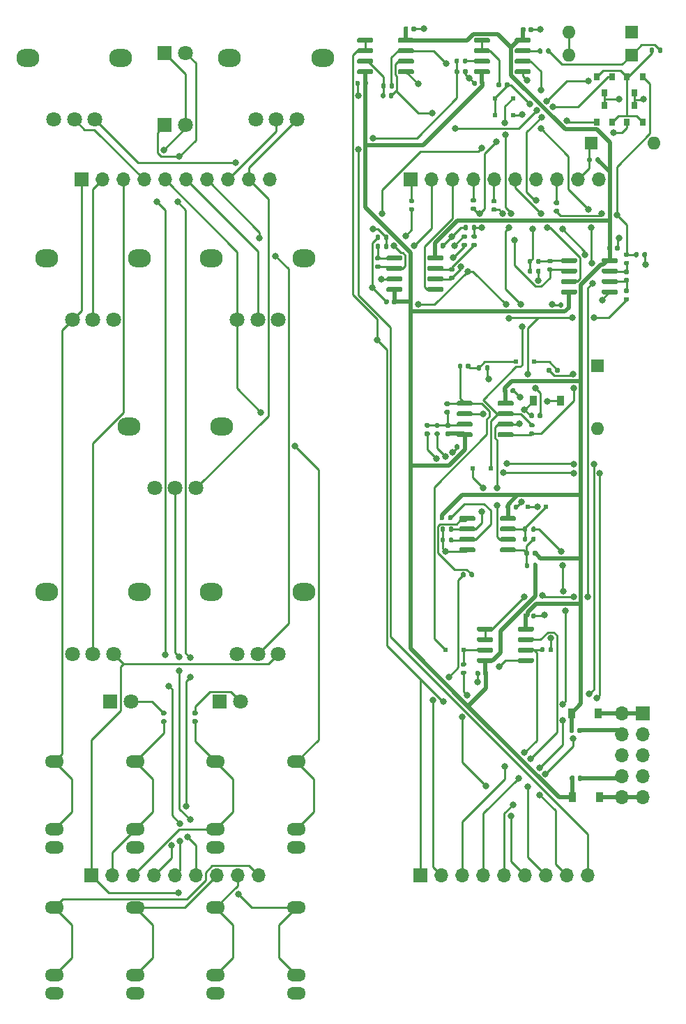
<source format=gbr>
%TF.GenerationSoftware,KiCad,Pcbnew,(5.1.7-0-10_14)*%
%TF.CreationDate,2021-05-28T11:23:36-04:00*%
%TF.ProjectId,SlewLimiter,536c6577-4c69-46d6-9974-65722e6b6963,rev?*%
%TF.SameCoordinates,Original*%
%TF.FileFunction,Copper,L1,Top*%
%TF.FilePolarity,Positive*%
%FSLAX46Y46*%
G04 Gerber Fmt 4.6, Leading zero omitted, Abs format (unit mm)*
G04 Created by KiCad (PCBNEW (5.1.7-0-10_14)) date 2021-05-28 11:23:36*
%MOMM*%
%LPD*%
G01*
G04 APERTURE LIST*
%TA.AperFunction,ComponentPad*%
%ADD10C,1.800000*%
%TD*%
%TA.AperFunction,ComponentPad*%
%ADD11R,1.800000X1.800000*%
%TD*%
%TA.AperFunction,ComponentPad*%
%ADD12O,2.800000X2.200000*%
%TD*%
%TA.AperFunction,SMDPad,CuDef*%
%ADD13R,0.800000X0.900000*%
%TD*%
%TA.AperFunction,ComponentPad*%
%ADD14O,2.300000X1.500000*%
%TD*%
%TA.AperFunction,ComponentPad*%
%ADD15O,1.700000X1.700000*%
%TD*%
%TA.AperFunction,ComponentPad*%
%ADD16R,1.700000X1.700000*%
%TD*%
%TA.AperFunction,ComponentPad*%
%ADD17O,1.600000X1.600000*%
%TD*%
%TA.AperFunction,ComponentPad*%
%ADD18R,1.600000X1.600000*%
%TD*%
%TA.AperFunction,SMDPad,CuDef*%
%ADD19R,0.900000X1.200000*%
%TD*%
%TA.AperFunction,SMDPad,CuDef*%
%ADD20R,0.500000X0.500000*%
%TD*%
%TA.AperFunction,ViaPad*%
%ADD21C,0.800000*%
%TD*%
%TA.AperFunction,Conductor*%
%ADD22C,0.250000*%
%TD*%
%TA.AperFunction,Conductor*%
%ADD23C,0.500000*%
%TD*%
G04 APERTURE END LIST*
D10*
%TO.P,D303,2*%
%TO.N,/FrontPanel/OUT_LED_NEG_PANEL*%
X51270000Y-63400000D03*
D11*
%TO.P,D303,1*%
%TO.N,/FrontPanel/OUT_LED_POS_PANEL*%
X48730000Y-63400000D03*
%TD*%
%TO.P,U202,8*%
%TO.N,+12V*%
%TA.AperFunction,SMDPad,CuDef*%
G36*
G01*
X80600000Y-79645000D02*
X80600000Y-79345000D01*
G75*
G02*
X80750000Y-79195000I150000J0D01*
G01*
X82400000Y-79195000D01*
G75*
G02*
X82550000Y-79345000I0J-150000D01*
G01*
X82550000Y-79645000D01*
G75*
G02*
X82400000Y-79795000I-150000J0D01*
G01*
X80750000Y-79795000D01*
G75*
G02*
X80600000Y-79645000I0J150000D01*
G01*
G37*
%TD.AperFunction*%
%TO.P,U202,7*%
%TO.N,Net-(R213-Pad1)*%
%TA.AperFunction,SMDPad,CuDef*%
G36*
G01*
X80600000Y-80915000D02*
X80600000Y-80615000D01*
G75*
G02*
X80750000Y-80465000I150000J0D01*
G01*
X82400000Y-80465000D01*
G75*
G02*
X82550000Y-80615000I0J-150000D01*
G01*
X82550000Y-80915000D01*
G75*
G02*
X82400000Y-81065000I-150000J0D01*
G01*
X80750000Y-81065000D01*
G75*
G02*
X80600000Y-80915000I0J150000D01*
G01*
G37*
%TD.AperFunction*%
%TO.P,U202,6*%
%TO.N,Net-(R211-Pad1)*%
%TA.AperFunction,SMDPad,CuDef*%
G36*
G01*
X80600000Y-82185000D02*
X80600000Y-81885000D01*
G75*
G02*
X80750000Y-81735000I150000J0D01*
G01*
X82400000Y-81735000D01*
G75*
G02*
X82550000Y-81885000I0J-150000D01*
G01*
X82550000Y-82185000D01*
G75*
G02*
X82400000Y-82335000I-150000J0D01*
G01*
X80750000Y-82335000D01*
G75*
G02*
X80600000Y-82185000I0J150000D01*
G01*
G37*
%TD.AperFunction*%
%TO.P,U202,5*%
%TO.N,/SlewLimiter2/RISE_SHAPE_WIPER*%
%TA.AperFunction,SMDPad,CuDef*%
G36*
G01*
X80600000Y-83455000D02*
X80600000Y-83155000D01*
G75*
G02*
X80750000Y-83005000I150000J0D01*
G01*
X82400000Y-83005000D01*
G75*
G02*
X82550000Y-83155000I0J-150000D01*
G01*
X82550000Y-83455000D01*
G75*
G02*
X82400000Y-83605000I-150000J0D01*
G01*
X80750000Y-83605000D01*
G75*
G02*
X80600000Y-83455000I0J150000D01*
G01*
G37*
%TD.AperFunction*%
%TO.P,U202,4*%
%TO.N,-12V*%
%TA.AperFunction,SMDPad,CuDef*%
G36*
G01*
X75650000Y-83455000D02*
X75650000Y-83155000D01*
G75*
G02*
X75800000Y-83005000I150000J0D01*
G01*
X77450000Y-83005000D01*
G75*
G02*
X77600000Y-83155000I0J-150000D01*
G01*
X77600000Y-83455000D01*
G75*
G02*
X77450000Y-83605000I-150000J0D01*
G01*
X75800000Y-83605000D01*
G75*
G02*
X75650000Y-83455000I0J150000D01*
G01*
G37*
%TD.AperFunction*%
%TO.P,U202,3*%
%TO.N,/SlewLimiter2/RISE_CV_WIPER*%
%TA.AperFunction,SMDPad,CuDef*%
G36*
G01*
X75650000Y-82185000D02*
X75650000Y-81885000D01*
G75*
G02*
X75800000Y-81735000I150000J0D01*
G01*
X77450000Y-81735000D01*
G75*
G02*
X77600000Y-81885000I0J-150000D01*
G01*
X77600000Y-82185000D01*
G75*
G02*
X77450000Y-82335000I-150000J0D01*
G01*
X75800000Y-82335000D01*
G75*
G02*
X75650000Y-82185000I0J150000D01*
G01*
G37*
%TD.AperFunction*%
%TO.P,U202,2*%
%TO.N,Net-(R202-Pad1)*%
%TA.AperFunction,SMDPad,CuDef*%
G36*
G01*
X75650000Y-80915000D02*
X75650000Y-80615000D01*
G75*
G02*
X75800000Y-80465000I150000J0D01*
G01*
X77450000Y-80465000D01*
G75*
G02*
X77600000Y-80615000I0J-150000D01*
G01*
X77600000Y-80915000D01*
G75*
G02*
X77450000Y-81065000I-150000J0D01*
G01*
X75800000Y-81065000D01*
G75*
G02*
X75650000Y-80915000I0J150000D01*
G01*
G37*
%TD.AperFunction*%
%TO.P,U202,1*%
%TO.N,Net-(R204-Pad1)*%
%TA.AperFunction,SMDPad,CuDef*%
G36*
G01*
X75650000Y-79645000D02*
X75650000Y-79345000D01*
G75*
G02*
X75800000Y-79195000I150000J0D01*
G01*
X77450000Y-79195000D01*
G75*
G02*
X77600000Y-79345000I0J-150000D01*
G01*
X77600000Y-79645000D01*
G75*
G02*
X77450000Y-79795000I-150000J0D01*
G01*
X75800000Y-79795000D01*
G75*
G02*
X75650000Y-79645000I0J150000D01*
G01*
G37*
%TD.AperFunction*%
%TD*%
%TO.P,U201,8*%
%TO.N,+12V*%
%TA.AperFunction,SMDPad,CuDef*%
G36*
G01*
X101800000Y-79945000D02*
X101800000Y-79645000D01*
G75*
G02*
X101950000Y-79495000I150000J0D01*
G01*
X103600000Y-79495000D01*
G75*
G02*
X103750000Y-79645000I0J-150000D01*
G01*
X103750000Y-79945000D01*
G75*
G02*
X103600000Y-80095000I-150000J0D01*
G01*
X101950000Y-80095000D01*
G75*
G02*
X101800000Y-79945000I0J150000D01*
G01*
G37*
%TD.AperFunction*%
%TO.P,U201,7*%
%TO.N,Net-(R212-Pad1)*%
%TA.AperFunction,SMDPad,CuDef*%
G36*
G01*
X101800000Y-81215000D02*
X101800000Y-80915000D01*
G75*
G02*
X101950000Y-80765000I150000J0D01*
G01*
X103600000Y-80765000D01*
G75*
G02*
X103750000Y-80915000I0J-150000D01*
G01*
X103750000Y-81215000D01*
G75*
G02*
X103600000Y-81365000I-150000J0D01*
G01*
X101950000Y-81365000D01*
G75*
G02*
X101800000Y-81215000I0J150000D01*
G01*
G37*
%TD.AperFunction*%
%TO.P,U201,6*%
%TO.N,Net-(R210-Pad1)*%
%TA.AperFunction,SMDPad,CuDef*%
G36*
G01*
X101800000Y-82485000D02*
X101800000Y-82185000D01*
G75*
G02*
X101950000Y-82035000I150000J0D01*
G01*
X103600000Y-82035000D01*
G75*
G02*
X103750000Y-82185000I0J-150000D01*
G01*
X103750000Y-82485000D01*
G75*
G02*
X103600000Y-82635000I-150000J0D01*
G01*
X101950000Y-82635000D01*
G75*
G02*
X101800000Y-82485000I0J150000D01*
G01*
G37*
%TD.AperFunction*%
%TO.P,U201,5*%
%TO.N,/SlewLimiter2/FALL_SHAPE_WIPER*%
%TA.AperFunction,SMDPad,CuDef*%
G36*
G01*
X101800000Y-83755000D02*
X101800000Y-83455000D01*
G75*
G02*
X101950000Y-83305000I150000J0D01*
G01*
X103600000Y-83305000D01*
G75*
G02*
X103750000Y-83455000I0J-150000D01*
G01*
X103750000Y-83755000D01*
G75*
G02*
X103600000Y-83905000I-150000J0D01*
G01*
X101950000Y-83905000D01*
G75*
G02*
X101800000Y-83755000I0J150000D01*
G01*
G37*
%TD.AperFunction*%
%TO.P,U201,4*%
%TO.N,-12V*%
%TA.AperFunction,SMDPad,CuDef*%
G36*
G01*
X96850000Y-83755000D02*
X96850000Y-83455000D01*
G75*
G02*
X97000000Y-83305000I150000J0D01*
G01*
X98650000Y-83305000D01*
G75*
G02*
X98800000Y-83455000I0J-150000D01*
G01*
X98800000Y-83755000D01*
G75*
G02*
X98650000Y-83905000I-150000J0D01*
G01*
X97000000Y-83905000D01*
G75*
G02*
X96850000Y-83755000I0J150000D01*
G01*
G37*
%TD.AperFunction*%
%TO.P,U201,3*%
%TO.N,/SlewLimiter2/FALL_CV_WIPER*%
%TA.AperFunction,SMDPad,CuDef*%
G36*
G01*
X96850000Y-82485000D02*
X96850000Y-82185000D01*
G75*
G02*
X97000000Y-82035000I150000J0D01*
G01*
X98650000Y-82035000D01*
G75*
G02*
X98800000Y-82185000I0J-150000D01*
G01*
X98800000Y-82485000D01*
G75*
G02*
X98650000Y-82635000I-150000J0D01*
G01*
X97000000Y-82635000D01*
G75*
G02*
X96850000Y-82485000I0J150000D01*
G01*
G37*
%TD.AperFunction*%
%TO.P,U201,2*%
%TO.N,Net-(R201-Pad1)*%
%TA.AperFunction,SMDPad,CuDef*%
G36*
G01*
X96850000Y-81215000D02*
X96850000Y-80915000D01*
G75*
G02*
X97000000Y-80765000I150000J0D01*
G01*
X98650000Y-80765000D01*
G75*
G02*
X98800000Y-80915000I0J-150000D01*
G01*
X98800000Y-81215000D01*
G75*
G02*
X98650000Y-81365000I-150000J0D01*
G01*
X97000000Y-81365000D01*
G75*
G02*
X96850000Y-81215000I0J150000D01*
G01*
G37*
%TD.AperFunction*%
%TO.P,U201,1*%
%TO.N,Net-(R203-Pad1)*%
%TA.AperFunction,SMDPad,CuDef*%
G36*
G01*
X96850000Y-79945000D02*
X96850000Y-79645000D01*
G75*
G02*
X97000000Y-79495000I150000J0D01*
G01*
X98650000Y-79495000D01*
G75*
G02*
X98800000Y-79645000I0J-150000D01*
G01*
X98800000Y-79945000D01*
G75*
G02*
X98650000Y-80095000I-150000J0D01*
G01*
X97000000Y-80095000D01*
G75*
G02*
X96850000Y-79945000I0J150000D01*
G01*
G37*
%TD.AperFunction*%
%TD*%
%TO.P,U105,8*%
%TO.N,+12V*%
%TA.AperFunction,SMDPad,CuDef*%
G36*
G01*
X89425000Y-111250000D02*
X89425000Y-110950000D01*
G75*
G02*
X89575000Y-110800000I150000J0D01*
G01*
X91225000Y-110800000D01*
G75*
G02*
X91375000Y-110950000I0J-150000D01*
G01*
X91375000Y-111250000D01*
G75*
G02*
X91225000Y-111400000I-150000J0D01*
G01*
X89575000Y-111400000D01*
G75*
G02*
X89425000Y-111250000I0J150000D01*
G01*
G37*
%TD.AperFunction*%
%TO.P,U105,7*%
%TO.N,Net-(D110-Pad2)*%
%TA.AperFunction,SMDPad,CuDef*%
G36*
G01*
X89425000Y-112520000D02*
X89425000Y-112220000D01*
G75*
G02*
X89575000Y-112070000I150000J0D01*
G01*
X91225000Y-112070000D01*
G75*
G02*
X91375000Y-112220000I0J-150000D01*
G01*
X91375000Y-112520000D01*
G75*
G02*
X91225000Y-112670000I-150000J0D01*
G01*
X89575000Y-112670000D01*
G75*
G02*
X89425000Y-112520000I0J150000D01*
G01*
G37*
%TD.AperFunction*%
%TO.P,U105,6*%
%TO.N,Net-(D108-Pad1)*%
%TA.AperFunction,SMDPad,CuDef*%
G36*
G01*
X89425000Y-113790000D02*
X89425000Y-113490000D01*
G75*
G02*
X89575000Y-113340000I150000J0D01*
G01*
X91225000Y-113340000D01*
G75*
G02*
X91375000Y-113490000I0J-150000D01*
G01*
X91375000Y-113790000D01*
G75*
G02*
X91225000Y-113940000I-150000J0D01*
G01*
X89575000Y-113940000D01*
G75*
G02*
X89425000Y-113790000I0J150000D01*
G01*
G37*
%TD.AperFunction*%
%TO.P,U105,5*%
%TO.N,Net-(R116-Pad2)*%
%TA.AperFunction,SMDPad,CuDef*%
G36*
G01*
X89425000Y-115060000D02*
X89425000Y-114760000D01*
G75*
G02*
X89575000Y-114610000I150000J0D01*
G01*
X91225000Y-114610000D01*
G75*
G02*
X91375000Y-114760000I0J-150000D01*
G01*
X91375000Y-115060000D01*
G75*
G02*
X91225000Y-115210000I-150000J0D01*
G01*
X89575000Y-115210000D01*
G75*
G02*
X89425000Y-115060000I0J150000D01*
G01*
G37*
%TD.AperFunction*%
%TO.P,U105,4*%
%TO.N,GND*%
%TA.AperFunction,SMDPad,CuDef*%
G36*
G01*
X84475000Y-115060000D02*
X84475000Y-114760000D01*
G75*
G02*
X84625000Y-114610000I150000J0D01*
G01*
X86275000Y-114610000D01*
G75*
G02*
X86425000Y-114760000I0J-150000D01*
G01*
X86425000Y-115060000D01*
G75*
G02*
X86275000Y-115210000I-150000J0D01*
G01*
X84625000Y-115210000D01*
G75*
G02*
X84475000Y-115060000I0J150000D01*
G01*
G37*
%TD.AperFunction*%
%TO.P,U105,3*%
%TO.N,Net-(R121-Pad2)*%
%TA.AperFunction,SMDPad,CuDef*%
G36*
G01*
X84475000Y-113790000D02*
X84475000Y-113490000D01*
G75*
G02*
X84625000Y-113340000I150000J0D01*
G01*
X86275000Y-113340000D01*
G75*
G02*
X86425000Y-113490000I0J-150000D01*
G01*
X86425000Y-113790000D01*
G75*
G02*
X86275000Y-113940000I-150000J0D01*
G01*
X84625000Y-113940000D01*
G75*
G02*
X84475000Y-113790000I0J150000D01*
G01*
G37*
%TD.AperFunction*%
%TO.P,U105,2*%
%TO.N,Net-(D109-Pad1)*%
%TA.AperFunction,SMDPad,CuDef*%
G36*
G01*
X84475000Y-112520000D02*
X84475000Y-112220000D01*
G75*
G02*
X84625000Y-112070000I150000J0D01*
G01*
X86275000Y-112070000D01*
G75*
G02*
X86425000Y-112220000I0J-150000D01*
G01*
X86425000Y-112520000D01*
G75*
G02*
X86275000Y-112670000I-150000J0D01*
G01*
X84625000Y-112670000D01*
G75*
G02*
X84475000Y-112520000I0J150000D01*
G01*
G37*
%TD.AperFunction*%
%TO.P,U105,1*%
%TO.N,Net-(R123-Pad2)*%
%TA.AperFunction,SMDPad,CuDef*%
G36*
G01*
X84475000Y-111250000D02*
X84475000Y-110950000D01*
G75*
G02*
X84625000Y-110800000I150000J0D01*
G01*
X86275000Y-110800000D01*
G75*
G02*
X86425000Y-110950000I0J-150000D01*
G01*
X86425000Y-111250000D01*
G75*
G02*
X86275000Y-111400000I-150000J0D01*
G01*
X84625000Y-111400000D01*
G75*
G02*
X84475000Y-111250000I0J150000D01*
G01*
G37*
%TD.AperFunction*%
%TD*%
%TO.P,U104,8*%
%TO.N,+12V*%
%TA.AperFunction,SMDPad,CuDef*%
G36*
G01*
X77025000Y-53250000D02*
X77025000Y-52950000D01*
G75*
G02*
X77175000Y-52800000I150000J0D01*
G01*
X78825000Y-52800000D01*
G75*
G02*
X78975000Y-52950000I0J-150000D01*
G01*
X78975000Y-53250000D01*
G75*
G02*
X78825000Y-53400000I-150000J0D01*
G01*
X77175000Y-53400000D01*
G75*
G02*
X77025000Y-53250000I0J150000D01*
G01*
G37*
%TD.AperFunction*%
%TO.P,U104,7*%
%TO.N,Net-(R120-Pad1)*%
%TA.AperFunction,SMDPad,CuDef*%
G36*
G01*
X77025000Y-54520000D02*
X77025000Y-54220000D01*
G75*
G02*
X77175000Y-54070000I150000J0D01*
G01*
X78825000Y-54070000D01*
G75*
G02*
X78975000Y-54220000I0J-150000D01*
G01*
X78975000Y-54520000D01*
G75*
G02*
X78825000Y-54670000I-150000J0D01*
G01*
X77175000Y-54670000D01*
G75*
G02*
X77025000Y-54520000I0J150000D01*
G01*
G37*
%TD.AperFunction*%
%TO.P,U104,6*%
%TO.N,Net-(C112-Pad2)*%
%TA.AperFunction,SMDPad,CuDef*%
G36*
G01*
X77025000Y-55790000D02*
X77025000Y-55490000D01*
G75*
G02*
X77175000Y-55340000I150000J0D01*
G01*
X78825000Y-55340000D01*
G75*
G02*
X78975000Y-55490000I0J-150000D01*
G01*
X78975000Y-55790000D01*
G75*
G02*
X78825000Y-55940000I-150000J0D01*
G01*
X77175000Y-55940000D01*
G75*
G02*
X77025000Y-55790000I0J150000D01*
G01*
G37*
%TD.AperFunction*%
%TO.P,U104,5*%
%TO.N,GND*%
%TA.AperFunction,SMDPad,CuDef*%
G36*
G01*
X77025000Y-57060000D02*
X77025000Y-56760000D01*
G75*
G02*
X77175000Y-56610000I150000J0D01*
G01*
X78825000Y-56610000D01*
G75*
G02*
X78975000Y-56760000I0J-150000D01*
G01*
X78975000Y-57060000D01*
G75*
G02*
X78825000Y-57210000I-150000J0D01*
G01*
X77175000Y-57210000D01*
G75*
G02*
X77025000Y-57060000I0J150000D01*
G01*
G37*
%TD.AperFunction*%
%TO.P,U104,4*%
%TO.N,-12V*%
%TA.AperFunction,SMDPad,CuDef*%
G36*
G01*
X72075000Y-57060000D02*
X72075000Y-56760000D01*
G75*
G02*
X72225000Y-56610000I150000J0D01*
G01*
X73875000Y-56610000D01*
G75*
G02*
X74025000Y-56760000I0J-150000D01*
G01*
X74025000Y-57060000D01*
G75*
G02*
X73875000Y-57210000I-150000J0D01*
G01*
X72225000Y-57210000D01*
G75*
G02*
X72075000Y-57060000I0J150000D01*
G01*
G37*
%TD.AperFunction*%
%TO.P,U104,3*%
%TO.N,Net-(C112-Pad1)*%
%TA.AperFunction,SMDPad,CuDef*%
G36*
G01*
X72075000Y-55790000D02*
X72075000Y-55490000D01*
G75*
G02*
X72225000Y-55340000I150000J0D01*
G01*
X73875000Y-55340000D01*
G75*
G02*
X74025000Y-55490000I0J-150000D01*
G01*
X74025000Y-55790000D01*
G75*
G02*
X73875000Y-55940000I-150000J0D01*
G01*
X72225000Y-55940000D01*
G75*
G02*
X72075000Y-55790000I0J150000D01*
G01*
G37*
%TD.AperFunction*%
%TO.P,U104,2*%
%TO.N,OUT*%
%TA.AperFunction,SMDPad,CuDef*%
G36*
G01*
X72075000Y-54520000D02*
X72075000Y-54220000D01*
G75*
G02*
X72225000Y-54070000I150000J0D01*
G01*
X73875000Y-54070000D01*
G75*
G02*
X74025000Y-54220000I0J-150000D01*
G01*
X74025000Y-54520000D01*
G75*
G02*
X73875000Y-54670000I-150000J0D01*
G01*
X72225000Y-54670000D01*
G75*
G02*
X72075000Y-54520000I0J150000D01*
G01*
G37*
%TD.AperFunction*%
%TO.P,U104,1*%
%TA.AperFunction,SMDPad,CuDef*%
G36*
G01*
X72075000Y-53250000D02*
X72075000Y-52950000D01*
G75*
G02*
X72225000Y-52800000I150000J0D01*
G01*
X73875000Y-52800000D01*
G75*
G02*
X74025000Y-52950000I0J-150000D01*
G01*
X74025000Y-53250000D01*
G75*
G02*
X73875000Y-53400000I-150000J0D01*
G01*
X72225000Y-53400000D01*
G75*
G02*
X72075000Y-53250000I0J150000D01*
G01*
G37*
%TD.AperFunction*%
%TD*%
%TO.P,U103,8*%
%TO.N,+12V*%
%TA.AperFunction,SMDPad,CuDef*%
G36*
G01*
X91600000Y-124645000D02*
X91600000Y-124345000D01*
G75*
G02*
X91750000Y-124195000I150000J0D01*
G01*
X93400000Y-124195000D01*
G75*
G02*
X93550000Y-124345000I0J-150000D01*
G01*
X93550000Y-124645000D01*
G75*
G02*
X93400000Y-124795000I-150000J0D01*
G01*
X91750000Y-124795000D01*
G75*
G02*
X91600000Y-124645000I0J150000D01*
G01*
G37*
%TD.AperFunction*%
%TO.P,U103,7*%
%TO.N,OUT_LED_POS*%
%TA.AperFunction,SMDPad,CuDef*%
G36*
G01*
X91600000Y-125915000D02*
X91600000Y-125615000D01*
G75*
G02*
X91750000Y-125465000I150000J0D01*
G01*
X93400000Y-125465000D01*
G75*
G02*
X93550000Y-125615000I0J-150000D01*
G01*
X93550000Y-125915000D01*
G75*
G02*
X93400000Y-126065000I-150000J0D01*
G01*
X91750000Y-126065000D01*
G75*
G02*
X91600000Y-125915000I0J150000D01*
G01*
G37*
%TD.AperFunction*%
%TO.P,U103,6*%
%TO.N,OUT_LED_NEG*%
%TA.AperFunction,SMDPad,CuDef*%
G36*
G01*
X91600000Y-127185000D02*
X91600000Y-126885000D01*
G75*
G02*
X91750000Y-126735000I150000J0D01*
G01*
X93400000Y-126735000D01*
G75*
G02*
X93550000Y-126885000I0J-150000D01*
G01*
X93550000Y-127185000D01*
G75*
G02*
X93400000Y-127335000I-150000J0D01*
G01*
X91750000Y-127335000D01*
G75*
G02*
X91600000Y-127185000I0J150000D01*
G01*
G37*
%TD.AperFunction*%
%TO.P,U103,5*%
%TO.N,OUT*%
%TA.AperFunction,SMDPad,CuDef*%
G36*
G01*
X91600000Y-128455000D02*
X91600000Y-128155000D01*
G75*
G02*
X91750000Y-128005000I150000J0D01*
G01*
X93400000Y-128005000D01*
G75*
G02*
X93550000Y-128155000I0J-150000D01*
G01*
X93550000Y-128455000D01*
G75*
G02*
X93400000Y-128605000I-150000J0D01*
G01*
X91750000Y-128605000D01*
G75*
G02*
X91600000Y-128455000I0J150000D01*
G01*
G37*
%TD.AperFunction*%
%TO.P,U103,4*%
%TO.N,-12V*%
%TA.AperFunction,SMDPad,CuDef*%
G36*
G01*
X86650000Y-128455000D02*
X86650000Y-128155000D01*
G75*
G02*
X86800000Y-128005000I150000J0D01*
G01*
X88450000Y-128005000D01*
G75*
G02*
X88600000Y-128155000I0J-150000D01*
G01*
X88600000Y-128455000D01*
G75*
G02*
X88450000Y-128605000I-150000J0D01*
G01*
X86800000Y-128605000D01*
G75*
G02*
X86650000Y-128455000I0J150000D01*
G01*
G37*
%TD.AperFunction*%
%TO.P,U103,3*%
%TO.N,Net-(D101-Pad2)*%
%TA.AperFunction,SMDPad,CuDef*%
G36*
G01*
X86650000Y-127185000D02*
X86650000Y-126885000D01*
G75*
G02*
X86800000Y-126735000I150000J0D01*
G01*
X88450000Y-126735000D01*
G75*
G02*
X88600000Y-126885000I0J-150000D01*
G01*
X88600000Y-127185000D01*
G75*
G02*
X88450000Y-127335000I-150000J0D01*
G01*
X86800000Y-127335000D01*
G75*
G02*
X86650000Y-127185000I0J150000D01*
G01*
G37*
%TD.AperFunction*%
%TO.P,U103,2*%
%TO.N,/SUSTAIN_BUF*%
%TA.AperFunction,SMDPad,CuDef*%
G36*
G01*
X86650000Y-125915000D02*
X86650000Y-125615000D01*
G75*
G02*
X86800000Y-125465000I150000J0D01*
G01*
X88450000Y-125465000D01*
G75*
G02*
X88600000Y-125615000I0J-150000D01*
G01*
X88600000Y-125915000D01*
G75*
G02*
X88450000Y-126065000I-150000J0D01*
G01*
X86800000Y-126065000D01*
G75*
G02*
X86650000Y-125915000I0J150000D01*
G01*
G37*
%TD.AperFunction*%
%TO.P,U103,1*%
%TA.AperFunction,SMDPad,CuDef*%
G36*
G01*
X86650000Y-124645000D02*
X86650000Y-124345000D01*
G75*
G02*
X86800000Y-124195000I150000J0D01*
G01*
X88450000Y-124195000D01*
G75*
G02*
X88600000Y-124345000I0J-150000D01*
G01*
X88600000Y-124645000D01*
G75*
G02*
X88450000Y-124795000I-150000J0D01*
G01*
X86800000Y-124795000D01*
G75*
G02*
X86650000Y-124645000I0J150000D01*
G01*
G37*
%TD.AperFunction*%
%TD*%
%TO.P,U102,8*%
%TO.N,+12V*%
%TA.AperFunction,SMDPad,CuDef*%
G36*
G01*
X89125000Y-97280000D02*
X89125000Y-96980000D01*
G75*
G02*
X89275000Y-96830000I150000J0D01*
G01*
X90925000Y-96830000D01*
G75*
G02*
X91075000Y-96980000I0J-150000D01*
G01*
X91075000Y-97280000D01*
G75*
G02*
X90925000Y-97430000I-150000J0D01*
G01*
X89275000Y-97430000D01*
G75*
G02*
X89125000Y-97280000I0J150000D01*
G01*
G37*
%TD.AperFunction*%
%TO.P,U102,7*%
%TO.N,/STATE*%
%TA.AperFunction,SMDPad,CuDef*%
G36*
G01*
X89125000Y-98550000D02*
X89125000Y-98250000D01*
G75*
G02*
X89275000Y-98100000I150000J0D01*
G01*
X90925000Y-98100000D01*
G75*
G02*
X91075000Y-98250000I0J-150000D01*
G01*
X91075000Y-98550000D01*
G75*
G02*
X90925000Y-98700000I-150000J0D01*
G01*
X89275000Y-98700000D01*
G75*
G02*
X89125000Y-98550000I0J150000D01*
G01*
G37*
%TD.AperFunction*%
%TO.P,U102,6*%
%TO.N,Net-(D108-Pad1)*%
%TA.AperFunction,SMDPad,CuDef*%
G36*
G01*
X89125000Y-99820000D02*
X89125000Y-99520000D01*
G75*
G02*
X89275000Y-99370000I150000J0D01*
G01*
X90925000Y-99370000D01*
G75*
G02*
X91075000Y-99520000I0J-150000D01*
G01*
X91075000Y-99820000D01*
G75*
G02*
X90925000Y-99970000I-150000J0D01*
G01*
X89275000Y-99970000D01*
G75*
G02*
X89125000Y-99820000I0J150000D01*
G01*
G37*
%TD.AperFunction*%
%TO.P,U102,5*%
%TO.N,Net-(D107-Pad1)*%
%TA.AperFunction,SMDPad,CuDef*%
G36*
G01*
X89125000Y-101090000D02*
X89125000Y-100790000D01*
G75*
G02*
X89275000Y-100640000I150000J0D01*
G01*
X90925000Y-100640000D01*
G75*
G02*
X91075000Y-100790000I0J-150000D01*
G01*
X91075000Y-101090000D01*
G75*
G02*
X90925000Y-101240000I-150000J0D01*
G01*
X89275000Y-101240000D01*
G75*
G02*
X89125000Y-101090000I0J150000D01*
G01*
G37*
%TD.AperFunction*%
%TO.P,U102,4*%
%TO.N,-12V*%
%TA.AperFunction,SMDPad,CuDef*%
G36*
G01*
X84175000Y-101090000D02*
X84175000Y-100790000D01*
G75*
G02*
X84325000Y-100640000I150000J0D01*
G01*
X85975000Y-100640000D01*
G75*
G02*
X86125000Y-100790000I0J-150000D01*
G01*
X86125000Y-101090000D01*
G75*
G02*
X85975000Y-101240000I-150000J0D01*
G01*
X84325000Y-101240000D01*
G75*
G02*
X84175000Y-101090000I0J150000D01*
G01*
G37*
%TD.AperFunction*%
%TO.P,U102,3*%
%TO.N,Net-(R103-Pad1)*%
%TA.AperFunction,SMDPad,CuDef*%
G36*
G01*
X84175000Y-99820000D02*
X84175000Y-99520000D01*
G75*
G02*
X84325000Y-99370000I150000J0D01*
G01*
X85975000Y-99370000D01*
G75*
G02*
X86125000Y-99520000I0J-150000D01*
G01*
X86125000Y-99820000D01*
G75*
G02*
X85975000Y-99970000I-150000J0D01*
G01*
X84325000Y-99970000D01*
G75*
G02*
X84175000Y-99820000I0J150000D01*
G01*
G37*
%TD.AperFunction*%
%TO.P,U102,2*%
%TO.N,GND*%
%TA.AperFunction,SMDPad,CuDef*%
G36*
G01*
X84175000Y-98550000D02*
X84175000Y-98250000D01*
G75*
G02*
X84325000Y-98100000I150000J0D01*
G01*
X85975000Y-98100000D01*
G75*
G02*
X86125000Y-98250000I0J-150000D01*
G01*
X86125000Y-98550000D01*
G75*
G02*
X85975000Y-98700000I-150000J0D01*
G01*
X84325000Y-98700000D01*
G75*
G02*
X84175000Y-98550000I0J150000D01*
G01*
G37*
%TD.AperFunction*%
%TO.P,U102,1*%
%TO.N,/GATE_BUF*%
%TA.AperFunction,SMDPad,CuDef*%
G36*
G01*
X84175000Y-97280000D02*
X84175000Y-96980000D01*
G75*
G02*
X84325000Y-96830000I150000J0D01*
G01*
X85975000Y-96830000D01*
G75*
G02*
X86125000Y-96980000I0J-150000D01*
G01*
X86125000Y-97280000D01*
G75*
G02*
X85975000Y-97430000I-150000J0D01*
G01*
X84325000Y-97430000D01*
G75*
G02*
X84175000Y-97280000I0J150000D01*
G01*
G37*
%TD.AperFunction*%
%TD*%
%TO.P,U101,8*%
%TO.N,+12V*%
%TA.AperFunction,SMDPad,CuDef*%
G36*
G01*
X91225000Y-53250000D02*
X91225000Y-52950000D01*
G75*
G02*
X91375000Y-52800000I150000J0D01*
G01*
X93025000Y-52800000D01*
G75*
G02*
X93175000Y-52950000I0J-150000D01*
G01*
X93175000Y-53250000D01*
G75*
G02*
X93025000Y-53400000I-150000J0D01*
G01*
X91375000Y-53400000D01*
G75*
G02*
X91225000Y-53250000I0J150000D01*
G01*
G37*
%TD.AperFunction*%
%TO.P,U101,7*%
%TO.N,Net-(R111-Pad2)*%
%TA.AperFunction,SMDPad,CuDef*%
G36*
G01*
X91225000Y-54520000D02*
X91225000Y-54220000D01*
G75*
G02*
X91375000Y-54070000I150000J0D01*
G01*
X93025000Y-54070000D01*
G75*
G02*
X93175000Y-54220000I0J-150000D01*
G01*
X93175000Y-54520000D01*
G75*
G02*
X93025000Y-54670000I-150000J0D01*
G01*
X91375000Y-54670000D01*
G75*
G02*
X91225000Y-54520000I0J150000D01*
G01*
G37*
%TD.AperFunction*%
%TO.P,U101,6*%
%TO.N,Net-(D102-Pad1)*%
%TA.AperFunction,SMDPad,CuDef*%
G36*
G01*
X91225000Y-55790000D02*
X91225000Y-55490000D01*
G75*
G02*
X91375000Y-55340000I150000J0D01*
G01*
X93025000Y-55340000D01*
G75*
G02*
X93175000Y-55490000I0J-150000D01*
G01*
X93175000Y-55790000D01*
G75*
G02*
X93025000Y-55940000I-150000J0D01*
G01*
X91375000Y-55940000D01*
G75*
G02*
X91225000Y-55790000I0J150000D01*
G01*
G37*
%TD.AperFunction*%
%TO.P,U101,5*%
%TO.N,Net-(R120-Pad1)*%
%TA.AperFunction,SMDPad,CuDef*%
G36*
G01*
X91225000Y-57060000D02*
X91225000Y-56760000D01*
G75*
G02*
X91375000Y-56610000I150000J0D01*
G01*
X93025000Y-56610000D01*
G75*
G02*
X93175000Y-56760000I0J-150000D01*
G01*
X93175000Y-57060000D01*
G75*
G02*
X93025000Y-57210000I-150000J0D01*
G01*
X91375000Y-57210000D01*
G75*
G02*
X91225000Y-57060000I0J150000D01*
G01*
G37*
%TD.AperFunction*%
%TO.P,U101,4*%
%TO.N,-12V*%
%TA.AperFunction,SMDPad,CuDef*%
G36*
G01*
X86275000Y-57060000D02*
X86275000Y-56760000D01*
G75*
G02*
X86425000Y-56610000I150000J0D01*
G01*
X88075000Y-56610000D01*
G75*
G02*
X88225000Y-56760000I0J-150000D01*
G01*
X88225000Y-57060000D01*
G75*
G02*
X88075000Y-57210000I-150000J0D01*
G01*
X86425000Y-57210000D01*
G75*
G02*
X86275000Y-57060000I0J150000D01*
G01*
G37*
%TD.AperFunction*%
%TO.P,U101,3*%
%TO.N,Net-(R105-Pad2)*%
%TA.AperFunction,SMDPad,CuDef*%
G36*
G01*
X86275000Y-55790000D02*
X86275000Y-55490000D01*
G75*
G02*
X86425000Y-55340000I150000J0D01*
G01*
X88075000Y-55340000D01*
G75*
G02*
X88225000Y-55490000I0J-150000D01*
G01*
X88225000Y-55790000D01*
G75*
G02*
X88075000Y-55940000I-150000J0D01*
G01*
X86425000Y-55940000D01*
G75*
G02*
X86275000Y-55790000I0J150000D01*
G01*
G37*
%TD.AperFunction*%
%TO.P,U101,2*%
%TO.N,Net-(R109-Pad2)*%
%TA.AperFunction,SMDPad,CuDef*%
G36*
G01*
X86275000Y-54520000D02*
X86275000Y-54220000D01*
G75*
G02*
X86425000Y-54070000I150000J0D01*
G01*
X88075000Y-54070000D01*
G75*
G02*
X88225000Y-54220000I0J-150000D01*
G01*
X88225000Y-54520000D01*
G75*
G02*
X88075000Y-54670000I-150000J0D01*
G01*
X86425000Y-54670000D01*
G75*
G02*
X86275000Y-54520000I0J150000D01*
G01*
G37*
%TD.AperFunction*%
%TO.P,U101,1*%
%TA.AperFunction,SMDPad,CuDef*%
G36*
G01*
X86275000Y-53250000D02*
X86275000Y-52950000D01*
G75*
G02*
X86425000Y-52800000I150000J0D01*
G01*
X88075000Y-52800000D01*
G75*
G02*
X88225000Y-52950000I0J-150000D01*
G01*
X88225000Y-53250000D01*
G75*
G02*
X88075000Y-53400000I-150000J0D01*
G01*
X86425000Y-53400000D01*
G75*
G02*
X86275000Y-53250000I0J150000D01*
G01*
G37*
%TD.AperFunction*%
%TD*%
D12*
%TO.P,RV307,*%
%TO.N,*%
X65650000Y-120000000D03*
X54350000Y-120000000D03*
D10*
%TO.P,RV307,3*%
%TO.N,/FrontPanel/OUT_PANEL*%
X62500000Y-127500000D03*
%TO.P,RV307,2*%
%TO.N,/FrontPanel/FALL_SHAPE_WIPER_PANEL*%
X60000000Y-127500000D03*
%TO.P,RV307,1*%
%TO.N,GND*%
X57500000Y-127500000D03*
%TD*%
D12*
%TO.P,RV306,*%
%TO.N,*%
X65650000Y-79500000D03*
X54350000Y-79500000D03*
D10*
%TO.P,RV306,3*%
%TO.N,GND*%
X62500000Y-87000000D03*
%TO.P,RV306,2*%
%TO.N,/FrontPanel/FALL_CV_WIPER_PANEL*%
X60000000Y-87000000D03*
%TO.P,RV306,1*%
%TO.N,/FrontPanel/FALL_CV_IN_PANEL*%
X57500000Y-87000000D03*
%TD*%
D12*
%TO.P,RV305,*%
%TO.N,*%
X67900000Y-55200000D03*
X56600000Y-55200000D03*
D10*
%TO.P,RV305,3*%
%TO.N,/FrontPanel/VREF_PANEL*%
X64750000Y-62700000D03*
%TO.P,RV305,2*%
%TO.N,/FrontPanel/FALL_WIPER_PANEL*%
X62250000Y-62700000D03*
%TO.P,RV305,1*%
%TO.N,GND*%
X59750000Y-62700000D03*
%TD*%
D12*
%TO.P,RV304,*%
%TO.N,*%
X55650000Y-99900000D03*
X44350000Y-99900000D03*
D10*
%TO.P,RV304,3*%
%TO.N,/FrontPanel/VREF_PANEL*%
X52500000Y-107400000D03*
%TO.P,RV304,2*%
%TO.N,/FrontPanel/SUSTAIN_PANEL*%
X50000000Y-107400000D03*
%TO.P,RV304,1*%
%TO.N,GND*%
X47500000Y-107400000D03*
%TD*%
D12*
%TO.P,RV303,*%
%TO.N,*%
X45650000Y-120000000D03*
X34350000Y-120000000D03*
D10*
%TO.P,RV303,3*%
%TO.N,/FrontPanel/OUT_PANEL*%
X42500000Y-127500000D03*
%TO.P,RV303,2*%
%TO.N,/FrontPanel/RISE_SHAPE_WIPER_PANEL*%
X40000000Y-127500000D03*
%TO.P,RV303,1*%
%TO.N,GND*%
X37500000Y-127500000D03*
%TD*%
D12*
%TO.P,RV302,*%
%TO.N,*%
X45650000Y-79500000D03*
X34350000Y-79500000D03*
D10*
%TO.P,RV302,3*%
%TO.N,GND*%
X42500000Y-87000000D03*
%TO.P,RV302,2*%
%TO.N,/FrontPanel/RISE_CV_WIPER_PANEL*%
X40000000Y-87000000D03*
%TO.P,RV302,1*%
%TO.N,/FrontPanel/RISE_CV_IN_PANEL*%
X37500000Y-87000000D03*
%TD*%
D12*
%TO.P,RV301,*%
%TO.N,*%
X43400000Y-55200000D03*
X32100000Y-55200000D03*
D10*
%TO.P,RV301,3*%
%TO.N,/FrontPanel/VREF_PANEL*%
X40250000Y-62700000D03*
%TO.P,RV301,2*%
%TO.N,/FrontPanel/RISE_WIPER_PANEL*%
X37750000Y-62700000D03*
%TO.P,RV301,1*%
%TO.N,GND*%
X35250000Y-62700000D03*
%TD*%
%TO.P,R302,2*%
%TO.N,/FrontPanel/EOR_LED_PANEL*%
%TA.AperFunction,SMDPad,CuDef*%
G36*
G01*
X48785000Y-134970000D02*
X48415000Y-134970000D01*
G75*
G02*
X48280000Y-134835000I0J135000D01*
G01*
X48280000Y-134565000D01*
G75*
G02*
X48415000Y-134430000I135000J0D01*
G01*
X48785000Y-134430000D01*
G75*
G02*
X48920000Y-134565000I0J-135000D01*
G01*
X48920000Y-134835000D01*
G75*
G02*
X48785000Y-134970000I-135000J0D01*
G01*
G37*
%TD.AperFunction*%
%TO.P,R302,1*%
%TO.N,/FrontPanel/EOR_PANEL*%
%TA.AperFunction,SMDPad,CuDef*%
G36*
G01*
X48785000Y-135990000D02*
X48415000Y-135990000D01*
G75*
G02*
X48280000Y-135855000I0J135000D01*
G01*
X48280000Y-135585000D01*
G75*
G02*
X48415000Y-135450000I135000J0D01*
G01*
X48785000Y-135450000D01*
G75*
G02*
X48920000Y-135585000I0J-135000D01*
G01*
X48920000Y-135855000D01*
G75*
G02*
X48785000Y-135990000I-135000J0D01*
G01*
G37*
%TD.AperFunction*%
%TD*%
%TO.P,R301,2*%
%TO.N,/FrontPanel/EOC_LED_PANEL*%
%TA.AperFunction,SMDPad,CuDef*%
G36*
G01*
X52585000Y-134960000D02*
X52215000Y-134960000D01*
G75*
G02*
X52080000Y-134825000I0J135000D01*
G01*
X52080000Y-134555000D01*
G75*
G02*
X52215000Y-134420000I135000J0D01*
G01*
X52585000Y-134420000D01*
G75*
G02*
X52720000Y-134555000I0J-135000D01*
G01*
X52720000Y-134825000D01*
G75*
G02*
X52585000Y-134960000I-135000J0D01*
G01*
G37*
%TD.AperFunction*%
%TO.P,R301,1*%
%TO.N,/FrontPanel/EOC_PANEL*%
%TA.AperFunction,SMDPad,CuDef*%
G36*
G01*
X52585000Y-135980000D02*
X52215000Y-135980000D01*
G75*
G02*
X52080000Y-135845000I0J135000D01*
G01*
X52080000Y-135575000D01*
G75*
G02*
X52215000Y-135440000I135000J0D01*
G01*
X52585000Y-135440000D01*
G75*
G02*
X52720000Y-135575000I0J-135000D01*
G01*
X52720000Y-135845000D01*
G75*
G02*
X52585000Y-135980000I-135000J0D01*
G01*
G37*
%TD.AperFunction*%
%TD*%
%TO.P,R219,2*%
%TO.N,RISE2*%
%TA.AperFunction,SMDPad,CuDef*%
G36*
G01*
X86030000Y-75985000D02*
X86030000Y-75615000D01*
G75*
G02*
X86165000Y-75480000I135000J0D01*
G01*
X86435000Y-75480000D01*
G75*
G02*
X86570000Y-75615000I0J-135000D01*
G01*
X86570000Y-75985000D01*
G75*
G02*
X86435000Y-76120000I-135000J0D01*
G01*
X86165000Y-76120000D01*
G75*
G02*
X86030000Y-75985000I0J135000D01*
G01*
G37*
%TD.AperFunction*%
%TO.P,R219,1*%
%TO.N,GND*%
%TA.AperFunction,SMDPad,CuDef*%
G36*
G01*
X85010000Y-75985000D02*
X85010000Y-75615000D01*
G75*
G02*
X85145000Y-75480000I135000J0D01*
G01*
X85415000Y-75480000D01*
G75*
G02*
X85550000Y-75615000I0J-135000D01*
G01*
X85550000Y-75985000D01*
G75*
G02*
X85415000Y-76120000I-135000J0D01*
G01*
X85145000Y-76120000D01*
G75*
G02*
X85010000Y-75985000I0J135000D01*
G01*
G37*
%TD.AperFunction*%
%TD*%
%TO.P,R218,2*%
%TO.N,FALL2*%
%TA.AperFunction,SMDPad,CuDef*%
G36*
G01*
X106250000Y-78915000D02*
X106250000Y-79285000D01*
G75*
G02*
X106115000Y-79420000I-135000J0D01*
G01*
X105845000Y-79420000D01*
G75*
G02*
X105710000Y-79285000I0J135000D01*
G01*
X105710000Y-78915000D01*
G75*
G02*
X105845000Y-78780000I135000J0D01*
G01*
X106115000Y-78780000D01*
G75*
G02*
X106250000Y-78915000I0J-135000D01*
G01*
G37*
%TD.AperFunction*%
%TO.P,R218,1*%
%TO.N,GND*%
%TA.AperFunction,SMDPad,CuDef*%
G36*
G01*
X107270000Y-78915000D02*
X107270000Y-79285000D01*
G75*
G02*
X107135000Y-79420000I-135000J0D01*
G01*
X106865000Y-79420000D01*
G75*
G02*
X106730000Y-79285000I0J135000D01*
G01*
X106730000Y-78915000D01*
G75*
G02*
X106865000Y-78780000I135000J0D01*
G01*
X107135000Y-78780000D01*
G75*
G02*
X107270000Y-78915000I0J-135000D01*
G01*
G37*
%TD.AperFunction*%
%TD*%
%TO.P,R217,2*%
%TO.N,Net-(R213-Pad1)*%
%TA.AperFunction,SMDPad,CuDef*%
G36*
G01*
X86115000Y-77630000D02*
X86485000Y-77630000D01*
G75*
G02*
X86620000Y-77765000I0J-135000D01*
G01*
X86620000Y-78035000D01*
G75*
G02*
X86485000Y-78170000I-135000J0D01*
G01*
X86115000Y-78170000D01*
G75*
G02*
X85980000Y-78035000I0J135000D01*
G01*
X85980000Y-77765000D01*
G75*
G02*
X86115000Y-77630000I135000J0D01*
G01*
G37*
%TD.AperFunction*%
%TO.P,R217,1*%
%TO.N,RISE2*%
%TA.AperFunction,SMDPad,CuDef*%
G36*
G01*
X86115000Y-76610000D02*
X86485000Y-76610000D01*
G75*
G02*
X86620000Y-76745000I0J-135000D01*
G01*
X86620000Y-77015000D01*
G75*
G02*
X86485000Y-77150000I-135000J0D01*
G01*
X86115000Y-77150000D01*
G75*
G02*
X85980000Y-77015000I0J135000D01*
G01*
X85980000Y-76745000D01*
G75*
G02*
X86115000Y-76610000I135000J0D01*
G01*
G37*
%TD.AperFunction*%
%TD*%
%TO.P,R216,2*%
%TO.N,/SlewLimiter2/RISE_WIPER*%
%TA.AperFunction,SMDPad,CuDef*%
G36*
G01*
X86385000Y-72770000D02*
X86015000Y-72770000D01*
G75*
G02*
X85880000Y-72635000I0J135000D01*
G01*
X85880000Y-72365000D01*
G75*
G02*
X86015000Y-72230000I135000J0D01*
G01*
X86385000Y-72230000D01*
G75*
G02*
X86520000Y-72365000I0J-135000D01*
G01*
X86520000Y-72635000D01*
G75*
G02*
X86385000Y-72770000I-135000J0D01*
G01*
G37*
%TD.AperFunction*%
%TO.P,R216,1*%
%TO.N,RISE2*%
%TA.AperFunction,SMDPad,CuDef*%
G36*
G01*
X86385000Y-73790000D02*
X86015000Y-73790000D01*
G75*
G02*
X85880000Y-73655000I0J135000D01*
G01*
X85880000Y-73385000D01*
G75*
G02*
X86015000Y-73250000I135000J0D01*
G01*
X86385000Y-73250000D01*
G75*
G02*
X86520000Y-73385000I0J-135000D01*
G01*
X86520000Y-73655000D01*
G75*
G02*
X86385000Y-73790000I-135000J0D01*
G01*
G37*
%TD.AperFunction*%
%TD*%
%TO.P,R215,2*%
%TO.N,Net-(R212-Pad1)*%
%TA.AperFunction,SMDPad,CuDef*%
G36*
G01*
X104615000Y-79830000D02*
X104985000Y-79830000D01*
G75*
G02*
X105120000Y-79965000I0J-135000D01*
G01*
X105120000Y-80235000D01*
G75*
G02*
X104985000Y-80370000I-135000J0D01*
G01*
X104615000Y-80370000D01*
G75*
G02*
X104480000Y-80235000I0J135000D01*
G01*
X104480000Y-79965000D01*
G75*
G02*
X104615000Y-79830000I135000J0D01*
G01*
G37*
%TD.AperFunction*%
%TO.P,R215,1*%
%TO.N,FALL2*%
%TA.AperFunction,SMDPad,CuDef*%
G36*
G01*
X104615000Y-78810000D02*
X104985000Y-78810000D01*
G75*
G02*
X105120000Y-78945000I0J-135000D01*
G01*
X105120000Y-79215000D01*
G75*
G02*
X104985000Y-79350000I-135000J0D01*
G01*
X104615000Y-79350000D01*
G75*
G02*
X104480000Y-79215000I0J135000D01*
G01*
X104480000Y-78945000D01*
G75*
G02*
X104615000Y-78810000I135000J0D01*
G01*
G37*
%TD.AperFunction*%
%TD*%
%TO.P,R214,2*%
%TO.N,/SlewLimiter2/FALL_WIPER*%
%TA.AperFunction,SMDPad,CuDef*%
G36*
G01*
X96485000Y-73070000D02*
X96115000Y-73070000D01*
G75*
G02*
X95980000Y-72935000I0J135000D01*
G01*
X95980000Y-72665000D01*
G75*
G02*
X96115000Y-72530000I135000J0D01*
G01*
X96485000Y-72530000D01*
G75*
G02*
X96620000Y-72665000I0J-135000D01*
G01*
X96620000Y-72935000D01*
G75*
G02*
X96485000Y-73070000I-135000J0D01*
G01*
G37*
%TD.AperFunction*%
%TO.P,R214,1*%
%TO.N,FALL2*%
%TA.AperFunction,SMDPad,CuDef*%
G36*
G01*
X96485000Y-74090000D02*
X96115000Y-74090000D01*
G75*
G02*
X95980000Y-73955000I0J135000D01*
G01*
X95980000Y-73685000D01*
G75*
G02*
X96115000Y-73550000I135000J0D01*
G01*
X96485000Y-73550000D01*
G75*
G02*
X96620000Y-73685000I0J-135000D01*
G01*
X96620000Y-73955000D01*
G75*
G02*
X96485000Y-74090000I-135000J0D01*
G01*
G37*
%TD.AperFunction*%
%TD*%
%TO.P,R213,2*%
%TO.N,Net-(R211-Pad1)*%
%TA.AperFunction,SMDPad,CuDef*%
G36*
G01*
X83415000Y-81630000D02*
X83785000Y-81630000D01*
G75*
G02*
X83920000Y-81765000I0J-135000D01*
G01*
X83920000Y-82035000D01*
G75*
G02*
X83785000Y-82170000I-135000J0D01*
G01*
X83415000Y-82170000D01*
G75*
G02*
X83280000Y-82035000I0J135000D01*
G01*
X83280000Y-81765000D01*
G75*
G02*
X83415000Y-81630000I135000J0D01*
G01*
G37*
%TD.AperFunction*%
%TO.P,R213,1*%
%TO.N,Net-(R213-Pad1)*%
%TA.AperFunction,SMDPad,CuDef*%
G36*
G01*
X83415000Y-80610000D02*
X83785000Y-80610000D01*
G75*
G02*
X83920000Y-80745000I0J-135000D01*
G01*
X83920000Y-81015000D01*
G75*
G02*
X83785000Y-81150000I-135000J0D01*
G01*
X83415000Y-81150000D01*
G75*
G02*
X83280000Y-81015000I0J135000D01*
G01*
X83280000Y-80745000D01*
G75*
G02*
X83415000Y-80610000I135000J0D01*
G01*
G37*
%TD.AperFunction*%
%TD*%
%TO.P,R212,2*%
%TO.N,Net-(R210-Pad1)*%
%TA.AperFunction,SMDPad,CuDef*%
G36*
G01*
X104615000Y-81930000D02*
X104985000Y-81930000D01*
G75*
G02*
X105120000Y-82065000I0J-135000D01*
G01*
X105120000Y-82335000D01*
G75*
G02*
X104985000Y-82470000I-135000J0D01*
G01*
X104615000Y-82470000D01*
G75*
G02*
X104480000Y-82335000I0J135000D01*
G01*
X104480000Y-82065000D01*
G75*
G02*
X104615000Y-81930000I135000J0D01*
G01*
G37*
%TD.AperFunction*%
%TO.P,R212,1*%
%TO.N,Net-(R212-Pad1)*%
%TA.AperFunction,SMDPad,CuDef*%
G36*
G01*
X104615000Y-80910000D02*
X104985000Y-80910000D01*
G75*
G02*
X105120000Y-81045000I0J-135000D01*
G01*
X105120000Y-81315000D01*
G75*
G02*
X104985000Y-81450000I-135000J0D01*
G01*
X104615000Y-81450000D01*
G75*
G02*
X104480000Y-81315000I0J135000D01*
G01*
X104480000Y-81045000D01*
G75*
G02*
X104615000Y-80910000I135000J0D01*
G01*
G37*
%TD.AperFunction*%
%TD*%
%TO.P,R211,2*%
%TO.N,OUT*%
%TA.AperFunction,SMDPad,CuDef*%
G36*
G01*
X85285000Y-77170000D02*
X84915000Y-77170000D01*
G75*
G02*
X84780000Y-77035000I0J135000D01*
G01*
X84780000Y-76765000D01*
G75*
G02*
X84915000Y-76630000I135000J0D01*
G01*
X85285000Y-76630000D01*
G75*
G02*
X85420000Y-76765000I0J-135000D01*
G01*
X85420000Y-77035000D01*
G75*
G02*
X85285000Y-77170000I-135000J0D01*
G01*
G37*
%TD.AperFunction*%
%TO.P,R211,1*%
%TO.N,Net-(R211-Pad1)*%
%TA.AperFunction,SMDPad,CuDef*%
G36*
G01*
X85285000Y-78190000D02*
X84915000Y-78190000D01*
G75*
G02*
X84780000Y-78055000I0J135000D01*
G01*
X84780000Y-77785000D01*
G75*
G02*
X84915000Y-77650000I135000J0D01*
G01*
X85285000Y-77650000D01*
G75*
G02*
X85420000Y-77785000I0J-135000D01*
G01*
X85420000Y-78055000D01*
G75*
G02*
X85285000Y-78190000I-135000J0D01*
G01*
G37*
%TD.AperFunction*%
%TD*%
%TO.P,R210,2*%
%TO.N,OUT*%
%TA.AperFunction,SMDPad,CuDef*%
G36*
G01*
X104615000Y-84230000D02*
X104985000Y-84230000D01*
G75*
G02*
X105120000Y-84365000I0J-135000D01*
G01*
X105120000Y-84635000D01*
G75*
G02*
X104985000Y-84770000I-135000J0D01*
G01*
X104615000Y-84770000D01*
G75*
G02*
X104480000Y-84635000I0J135000D01*
G01*
X104480000Y-84365000D01*
G75*
G02*
X104615000Y-84230000I135000J0D01*
G01*
G37*
%TD.AperFunction*%
%TO.P,R210,1*%
%TO.N,Net-(R210-Pad1)*%
%TA.AperFunction,SMDPad,CuDef*%
G36*
G01*
X104615000Y-83210000D02*
X104985000Y-83210000D01*
G75*
G02*
X105120000Y-83345000I0J-135000D01*
G01*
X105120000Y-83615000D01*
G75*
G02*
X104985000Y-83750000I-135000J0D01*
G01*
X104615000Y-83750000D01*
G75*
G02*
X104480000Y-83615000I0J135000D01*
G01*
X104480000Y-83345000D01*
G75*
G02*
X104615000Y-83210000I135000J0D01*
G01*
G37*
%TD.AperFunction*%
%TD*%
%TO.P,R209,2*%
%TO.N,GND*%
%TA.AperFunction,SMDPad,CuDef*%
G36*
G01*
X74870000Y-76815000D02*
X74870000Y-77185000D01*
G75*
G02*
X74735000Y-77320000I-135000J0D01*
G01*
X74465000Y-77320000D01*
G75*
G02*
X74330000Y-77185000I0J135000D01*
G01*
X74330000Y-76815000D01*
G75*
G02*
X74465000Y-76680000I135000J0D01*
G01*
X74735000Y-76680000D01*
G75*
G02*
X74870000Y-76815000I0J-135000D01*
G01*
G37*
%TD.AperFunction*%
%TO.P,R209,1*%
%TO.N,RISE1*%
%TA.AperFunction,SMDPad,CuDef*%
G36*
G01*
X75890000Y-76815000D02*
X75890000Y-77185000D01*
G75*
G02*
X75755000Y-77320000I-135000J0D01*
G01*
X75485000Y-77320000D01*
G75*
G02*
X75350000Y-77185000I0J135000D01*
G01*
X75350000Y-76815000D01*
G75*
G02*
X75485000Y-76680000I135000J0D01*
G01*
X75755000Y-76680000D01*
G75*
G02*
X75890000Y-76815000I0J-135000D01*
G01*
G37*
%TD.AperFunction*%
%TD*%
%TO.P,R208,2*%
%TO.N,GND*%
%TA.AperFunction,SMDPad,CuDef*%
G36*
G01*
X93830000Y-81285000D02*
X93830000Y-80915000D01*
G75*
G02*
X93965000Y-80780000I135000J0D01*
G01*
X94235000Y-80780000D01*
G75*
G02*
X94370000Y-80915000I0J-135000D01*
G01*
X94370000Y-81285000D01*
G75*
G02*
X94235000Y-81420000I-135000J0D01*
G01*
X93965000Y-81420000D01*
G75*
G02*
X93830000Y-81285000I0J135000D01*
G01*
G37*
%TD.AperFunction*%
%TO.P,R208,1*%
%TO.N,FALL1*%
%TA.AperFunction,SMDPad,CuDef*%
G36*
G01*
X92810000Y-81285000D02*
X92810000Y-80915000D01*
G75*
G02*
X92945000Y-80780000I135000J0D01*
G01*
X93215000Y-80780000D01*
G75*
G02*
X93350000Y-80915000I0J-135000D01*
G01*
X93350000Y-81285000D01*
G75*
G02*
X93215000Y-81420000I-135000J0D01*
G01*
X92945000Y-81420000D01*
G75*
G02*
X92810000Y-81285000I0J135000D01*
G01*
G37*
%TD.AperFunction*%
%TD*%
%TO.P,R207,2*%
%TO.N,/SlewLimiter2/VREF*%
%TA.AperFunction,SMDPad,CuDef*%
G36*
G01*
X100570000Y-67415000D02*
X100570000Y-67785000D01*
G75*
G02*
X100435000Y-67920000I-135000J0D01*
G01*
X100165000Y-67920000D01*
G75*
G02*
X100030000Y-67785000I0J135000D01*
G01*
X100030000Y-67415000D01*
G75*
G02*
X100165000Y-67280000I135000J0D01*
G01*
X100435000Y-67280000D01*
G75*
G02*
X100570000Y-67415000I0J-135000D01*
G01*
G37*
%TD.AperFunction*%
%TO.P,R207,1*%
%TO.N,+12V*%
%TA.AperFunction,SMDPad,CuDef*%
G36*
G01*
X101590000Y-67415000D02*
X101590000Y-67785000D01*
G75*
G02*
X101455000Y-67920000I-135000J0D01*
G01*
X101185000Y-67920000D01*
G75*
G02*
X101050000Y-67785000I0J135000D01*
G01*
X101050000Y-67415000D01*
G75*
G02*
X101185000Y-67280000I135000J0D01*
G01*
X101455000Y-67280000D01*
G75*
G02*
X101590000Y-67415000I0J-135000D01*
G01*
G37*
%TD.AperFunction*%
%TD*%
%TO.P,R206,2*%
%TO.N,Net-(R204-Pad1)*%
%TA.AperFunction,SMDPad,CuDef*%
G36*
G01*
X74870000Y-77915000D02*
X74870000Y-78285000D01*
G75*
G02*
X74735000Y-78420000I-135000J0D01*
G01*
X74465000Y-78420000D01*
G75*
G02*
X74330000Y-78285000I0J135000D01*
G01*
X74330000Y-77915000D01*
G75*
G02*
X74465000Y-77780000I135000J0D01*
G01*
X74735000Y-77780000D01*
G75*
G02*
X74870000Y-77915000I0J-135000D01*
G01*
G37*
%TD.AperFunction*%
%TO.P,R206,1*%
%TO.N,RISE1*%
%TA.AperFunction,SMDPad,CuDef*%
G36*
G01*
X75890000Y-77915000D02*
X75890000Y-78285000D01*
G75*
G02*
X75755000Y-78420000I-135000J0D01*
G01*
X75485000Y-78420000D01*
G75*
G02*
X75350000Y-78285000I0J135000D01*
G01*
X75350000Y-77915000D01*
G75*
G02*
X75485000Y-77780000I135000J0D01*
G01*
X75755000Y-77780000D01*
G75*
G02*
X75890000Y-77915000I0J-135000D01*
G01*
G37*
%TD.AperFunction*%
%TD*%
%TO.P,R205,2*%
%TO.N,Net-(R203-Pad1)*%
%TA.AperFunction,SMDPad,CuDef*%
G36*
G01*
X93830000Y-80085000D02*
X93830000Y-79715000D01*
G75*
G02*
X93965000Y-79580000I135000J0D01*
G01*
X94235000Y-79580000D01*
G75*
G02*
X94370000Y-79715000I0J-135000D01*
G01*
X94370000Y-80085000D01*
G75*
G02*
X94235000Y-80220000I-135000J0D01*
G01*
X93965000Y-80220000D01*
G75*
G02*
X93830000Y-80085000I0J135000D01*
G01*
G37*
%TD.AperFunction*%
%TO.P,R205,1*%
%TO.N,FALL1*%
%TA.AperFunction,SMDPad,CuDef*%
G36*
G01*
X92810000Y-80085000D02*
X92810000Y-79715000D01*
G75*
G02*
X92945000Y-79580000I135000J0D01*
G01*
X93215000Y-79580000D01*
G75*
G02*
X93350000Y-79715000I0J-135000D01*
G01*
X93350000Y-80085000D01*
G75*
G02*
X93215000Y-80220000I-135000J0D01*
G01*
X92945000Y-80220000D01*
G75*
G02*
X92810000Y-80085000I0J135000D01*
G01*
G37*
%TD.AperFunction*%
%TD*%
%TO.P,R204,2*%
%TO.N,Net-(R202-Pad1)*%
%TA.AperFunction,SMDPad,CuDef*%
G36*
G01*
X74415000Y-80250000D02*
X74785000Y-80250000D01*
G75*
G02*
X74920000Y-80385000I0J-135000D01*
G01*
X74920000Y-80655000D01*
G75*
G02*
X74785000Y-80790000I-135000J0D01*
G01*
X74415000Y-80790000D01*
G75*
G02*
X74280000Y-80655000I0J135000D01*
G01*
X74280000Y-80385000D01*
G75*
G02*
X74415000Y-80250000I135000J0D01*
G01*
G37*
%TD.AperFunction*%
%TO.P,R204,1*%
%TO.N,Net-(R204-Pad1)*%
%TA.AperFunction,SMDPad,CuDef*%
G36*
G01*
X74415000Y-79230000D02*
X74785000Y-79230000D01*
G75*
G02*
X74920000Y-79365000I0J-135000D01*
G01*
X74920000Y-79635000D01*
G75*
G02*
X74785000Y-79770000I-135000J0D01*
G01*
X74415000Y-79770000D01*
G75*
G02*
X74280000Y-79635000I0J135000D01*
G01*
X74280000Y-79365000D01*
G75*
G02*
X74415000Y-79230000I135000J0D01*
G01*
G37*
%TD.AperFunction*%
%TD*%
%TO.P,R203,2*%
%TO.N,Net-(R201-Pad1)*%
%TA.AperFunction,SMDPad,CuDef*%
G36*
G01*
X95315000Y-80630000D02*
X95685000Y-80630000D01*
G75*
G02*
X95820000Y-80765000I0J-135000D01*
G01*
X95820000Y-81035000D01*
G75*
G02*
X95685000Y-81170000I-135000J0D01*
G01*
X95315000Y-81170000D01*
G75*
G02*
X95180000Y-81035000I0J135000D01*
G01*
X95180000Y-80765000D01*
G75*
G02*
X95315000Y-80630000I135000J0D01*
G01*
G37*
%TD.AperFunction*%
%TO.P,R203,1*%
%TO.N,Net-(R203-Pad1)*%
%TA.AperFunction,SMDPad,CuDef*%
G36*
G01*
X95315000Y-79610000D02*
X95685000Y-79610000D01*
G75*
G02*
X95820000Y-79745000I0J-135000D01*
G01*
X95820000Y-80015000D01*
G75*
G02*
X95685000Y-80150000I-135000J0D01*
G01*
X95315000Y-80150000D01*
G75*
G02*
X95180000Y-80015000I0J135000D01*
G01*
X95180000Y-79745000D01*
G75*
G02*
X95315000Y-79610000I135000J0D01*
G01*
G37*
%TD.AperFunction*%
%TD*%
%TO.P,R202,2*%
%TO.N,/SlewLimiter2/RISE_CV_IN*%
%TA.AperFunction,SMDPad,CuDef*%
G36*
G01*
X78885000Y-72850000D02*
X78515000Y-72850000D01*
G75*
G02*
X78380000Y-72715000I0J135000D01*
G01*
X78380000Y-72445000D01*
G75*
G02*
X78515000Y-72310000I135000J0D01*
G01*
X78885000Y-72310000D01*
G75*
G02*
X79020000Y-72445000I0J-135000D01*
G01*
X79020000Y-72715000D01*
G75*
G02*
X78885000Y-72850000I-135000J0D01*
G01*
G37*
%TD.AperFunction*%
%TO.P,R202,1*%
%TO.N,Net-(R202-Pad1)*%
%TA.AperFunction,SMDPad,CuDef*%
G36*
G01*
X78885000Y-73870000D02*
X78515000Y-73870000D01*
G75*
G02*
X78380000Y-73735000I0J135000D01*
G01*
X78380000Y-73465000D01*
G75*
G02*
X78515000Y-73330000I135000J0D01*
G01*
X78885000Y-73330000D01*
G75*
G02*
X79020000Y-73465000I0J-135000D01*
G01*
X79020000Y-73735000D01*
G75*
G02*
X78885000Y-73870000I-135000J0D01*
G01*
G37*
%TD.AperFunction*%
%TD*%
%TO.P,R201,2*%
%TO.N,/SlewLimiter2/FALL_CV_IN*%
%TA.AperFunction,SMDPad,CuDef*%
G36*
G01*
X88885000Y-72870000D02*
X88515000Y-72870000D01*
G75*
G02*
X88380000Y-72735000I0J135000D01*
G01*
X88380000Y-72465000D01*
G75*
G02*
X88515000Y-72330000I135000J0D01*
G01*
X88885000Y-72330000D01*
G75*
G02*
X89020000Y-72465000I0J-135000D01*
G01*
X89020000Y-72735000D01*
G75*
G02*
X88885000Y-72870000I-135000J0D01*
G01*
G37*
%TD.AperFunction*%
%TO.P,R201,1*%
%TO.N,Net-(R201-Pad1)*%
%TA.AperFunction,SMDPad,CuDef*%
G36*
G01*
X88885000Y-73890000D02*
X88515000Y-73890000D01*
G75*
G02*
X88380000Y-73755000I0J135000D01*
G01*
X88380000Y-73485000D01*
G75*
G02*
X88515000Y-73350000I135000J0D01*
G01*
X88885000Y-73350000D01*
G75*
G02*
X89020000Y-73485000I0J-135000D01*
G01*
X89020000Y-73755000D01*
G75*
G02*
X88885000Y-73890000I-135000J0D01*
G01*
G37*
%TD.AperFunction*%
%TD*%
%TO.P,R124,2*%
%TO.N,Net-(D110-Pad2)*%
%TA.AperFunction,SMDPad,CuDef*%
G36*
G01*
X92750000Y-112215000D02*
X92750000Y-112585000D01*
G75*
G02*
X92615000Y-112720000I-135000J0D01*
G01*
X92345000Y-112720000D01*
G75*
G02*
X92210000Y-112585000I0J135000D01*
G01*
X92210000Y-112215000D01*
G75*
G02*
X92345000Y-112080000I135000J0D01*
G01*
X92615000Y-112080000D01*
G75*
G02*
X92750000Y-112215000I0J-135000D01*
G01*
G37*
%TD.AperFunction*%
%TO.P,R124,1*%
%TO.N,EOC*%
%TA.AperFunction,SMDPad,CuDef*%
G36*
G01*
X93770000Y-112215000D02*
X93770000Y-112585000D01*
G75*
G02*
X93635000Y-112720000I-135000J0D01*
G01*
X93365000Y-112720000D01*
G75*
G02*
X93230000Y-112585000I0J135000D01*
G01*
X93230000Y-112215000D01*
G75*
G02*
X93365000Y-112080000I135000J0D01*
G01*
X93635000Y-112080000D01*
G75*
G02*
X93770000Y-112215000I0J-135000D01*
G01*
G37*
%TD.AperFunction*%
%TD*%
%TO.P,R123,2*%
%TO.N,Net-(R123-Pad2)*%
%TA.AperFunction,SMDPad,CuDef*%
G36*
G01*
X85730000Y-118085000D02*
X85730000Y-117715000D01*
G75*
G02*
X85865000Y-117580000I135000J0D01*
G01*
X86135000Y-117580000D01*
G75*
G02*
X86270000Y-117715000I0J-135000D01*
G01*
X86270000Y-118085000D01*
G75*
G02*
X86135000Y-118220000I-135000J0D01*
G01*
X85865000Y-118220000D01*
G75*
G02*
X85730000Y-118085000I0J135000D01*
G01*
G37*
%TD.AperFunction*%
%TO.P,R123,1*%
%TO.N,EOR*%
%TA.AperFunction,SMDPad,CuDef*%
G36*
G01*
X84710000Y-118085000D02*
X84710000Y-117715000D01*
G75*
G02*
X84845000Y-117580000I135000J0D01*
G01*
X85115000Y-117580000D01*
G75*
G02*
X85250000Y-117715000I0J-135000D01*
G01*
X85250000Y-118085000D01*
G75*
G02*
X85115000Y-118220000I-135000J0D01*
G01*
X84845000Y-118220000D01*
G75*
G02*
X84710000Y-118085000I0J135000D01*
G01*
G37*
%TD.AperFunction*%
%TD*%
%TO.P,R122,2*%
%TO.N,GND*%
%TA.AperFunction,SMDPad,CuDef*%
G36*
G01*
X82750000Y-113515000D02*
X82750000Y-113885000D01*
G75*
G02*
X82615000Y-114020000I-135000J0D01*
G01*
X82345000Y-114020000D01*
G75*
G02*
X82210000Y-113885000I0J135000D01*
G01*
X82210000Y-113515000D01*
G75*
G02*
X82345000Y-113380000I135000J0D01*
G01*
X82615000Y-113380000D01*
G75*
G02*
X82750000Y-113515000I0J-135000D01*
G01*
G37*
%TD.AperFunction*%
%TO.P,R122,1*%
%TO.N,Net-(R121-Pad2)*%
%TA.AperFunction,SMDPad,CuDef*%
G36*
G01*
X83770000Y-113515000D02*
X83770000Y-113885000D01*
G75*
G02*
X83635000Y-114020000I-135000J0D01*
G01*
X83365000Y-114020000D01*
G75*
G02*
X83230000Y-113885000I0J135000D01*
G01*
X83230000Y-113515000D01*
G75*
G02*
X83365000Y-113380000I135000J0D01*
G01*
X83635000Y-113380000D01*
G75*
G02*
X83770000Y-113515000I0J-135000D01*
G01*
G37*
%TD.AperFunction*%
%TD*%
%TO.P,R121,2*%
%TO.N,Net-(R121-Pad2)*%
%TA.AperFunction,SMDPad,CuDef*%
G36*
G01*
X83130000Y-111185000D02*
X83130000Y-110815000D01*
G75*
G02*
X83265000Y-110680000I135000J0D01*
G01*
X83535000Y-110680000D01*
G75*
G02*
X83670000Y-110815000I0J-135000D01*
G01*
X83670000Y-111185000D01*
G75*
G02*
X83535000Y-111320000I-135000J0D01*
G01*
X83265000Y-111320000D01*
G75*
G02*
X83130000Y-111185000I0J135000D01*
G01*
G37*
%TD.AperFunction*%
%TO.P,R121,1*%
%TO.N,+12V*%
%TA.AperFunction,SMDPad,CuDef*%
G36*
G01*
X82110000Y-111185000D02*
X82110000Y-110815000D01*
G75*
G02*
X82245000Y-110680000I135000J0D01*
G01*
X82515000Y-110680000D01*
G75*
G02*
X82650000Y-110815000I0J-135000D01*
G01*
X82650000Y-111185000D01*
G75*
G02*
X82515000Y-111320000I-135000J0D01*
G01*
X82245000Y-111320000D01*
G75*
G02*
X82110000Y-111185000I0J135000D01*
G01*
G37*
%TD.AperFunction*%
%TD*%
%TO.P,R120,2*%
%TO.N,Net-(C112-Pad1)*%
%TA.AperFunction,SMDPad,CuDef*%
G36*
G01*
X75550000Y-58415000D02*
X75550000Y-58785000D01*
G75*
G02*
X75415000Y-58920000I-135000J0D01*
G01*
X75145000Y-58920000D01*
G75*
G02*
X75010000Y-58785000I0J135000D01*
G01*
X75010000Y-58415000D01*
G75*
G02*
X75145000Y-58280000I135000J0D01*
G01*
X75415000Y-58280000D01*
G75*
G02*
X75550000Y-58415000I0J-135000D01*
G01*
G37*
%TD.AperFunction*%
%TO.P,R120,1*%
%TO.N,Net-(R120-Pad1)*%
%TA.AperFunction,SMDPad,CuDef*%
G36*
G01*
X76570000Y-58415000D02*
X76570000Y-58785000D01*
G75*
G02*
X76435000Y-58920000I-135000J0D01*
G01*
X76165000Y-58920000D01*
G75*
G02*
X76030000Y-58785000I0J135000D01*
G01*
X76030000Y-58415000D01*
G75*
G02*
X76165000Y-58280000I135000J0D01*
G01*
X76435000Y-58280000D01*
G75*
G02*
X76570000Y-58415000I0J-135000D01*
G01*
G37*
%TD.AperFunction*%
%TD*%
%TO.P,R119,2*%
%TO.N,GND*%
%TA.AperFunction,SMDPad,CuDef*%
G36*
G01*
X82750000Y-112215000D02*
X82750000Y-112585000D01*
G75*
G02*
X82615000Y-112720000I-135000J0D01*
G01*
X82345000Y-112720000D01*
G75*
G02*
X82210000Y-112585000I0J135000D01*
G01*
X82210000Y-112215000D01*
G75*
G02*
X82345000Y-112080000I135000J0D01*
G01*
X82615000Y-112080000D01*
G75*
G02*
X82750000Y-112215000I0J-135000D01*
G01*
G37*
%TD.AperFunction*%
%TO.P,R119,1*%
%TO.N,Net-(D109-Pad1)*%
%TA.AperFunction,SMDPad,CuDef*%
G36*
G01*
X83770000Y-112215000D02*
X83770000Y-112585000D01*
G75*
G02*
X83635000Y-112720000I-135000J0D01*
G01*
X83365000Y-112720000D01*
G75*
G02*
X83230000Y-112585000I0J135000D01*
G01*
X83230000Y-112215000D01*
G75*
G02*
X83365000Y-112080000I135000J0D01*
G01*
X83635000Y-112080000D01*
G75*
G02*
X83770000Y-112215000I0J-135000D01*
G01*
G37*
%TD.AperFunction*%
%TD*%
%TO.P,R118,2*%
%TO.N,Net-(R116-Pad2)*%
%TA.AperFunction,SMDPad,CuDef*%
G36*
G01*
X93230000Y-113785000D02*
X93230000Y-113415000D01*
G75*
G02*
X93365000Y-113280000I135000J0D01*
G01*
X93635000Y-113280000D01*
G75*
G02*
X93770000Y-113415000I0J-135000D01*
G01*
X93770000Y-113785000D01*
G75*
G02*
X93635000Y-113920000I-135000J0D01*
G01*
X93365000Y-113920000D01*
G75*
G02*
X93230000Y-113785000I0J135000D01*
G01*
G37*
%TD.AperFunction*%
%TO.P,R118,1*%
%TO.N,Net-(D110-Pad2)*%
%TA.AperFunction,SMDPad,CuDef*%
G36*
G01*
X92210000Y-113785000D02*
X92210000Y-113415000D01*
G75*
G02*
X92345000Y-113280000I135000J0D01*
G01*
X92615000Y-113280000D01*
G75*
G02*
X92750000Y-113415000I0J-135000D01*
G01*
X92750000Y-113785000D01*
G75*
G02*
X92615000Y-113920000I-135000J0D01*
G01*
X92345000Y-113920000D01*
G75*
G02*
X92210000Y-113785000I0J135000D01*
G01*
G37*
%TD.AperFunction*%
%TD*%
%TO.P,R117,2*%
%TO.N,-12V*%
%TA.AperFunction,SMDPad,CuDef*%
G36*
G01*
X93450000Y-116985000D02*
X93450000Y-116615000D01*
G75*
G02*
X93585000Y-116480000I135000J0D01*
G01*
X93855000Y-116480000D01*
G75*
G02*
X93990000Y-116615000I0J-135000D01*
G01*
X93990000Y-116985000D01*
G75*
G02*
X93855000Y-117120000I-135000J0D01*
G01*
X93585000Y-117120000D01*
G75*
G02*
X93450000Y-116985000I0J135000D01*
G01*
G37*
%TD.AperFunction*%
%TO.P,R117,1*%
%TO.N,Net-(R116-Pad2)*%
%TA.AperFunction,SMDPad,CuDef*%
G36*
G01*
X92430000Y-116985000D02*
X92430000Y-116615000D01*
G75*
G02*
X92565000Y-116480000I135000J0D01*
G01*
X92835000Y-116480000D01*
G75*
G02*
X92970000Y-116615000I0J-135000D01*
G01*
X92970000Y-116985000D01*
G75*
G02*
X92835000Y-117120000I-135000J0D01*
G01*
X92565000Y-117120000D01*
G75*
G02*
X92430000Y-116985000I0J135000D01*
G01*
G37*
%TD.AperFunction*%
%TD*%
%TO.P,R116,2*%
%TO.N,Net-(R116-Pad2)*%
%TA.AperFunction,SMDPad,CuDef*%
G36*
G01*
X92950000Y-115115000D02*
X92950000Y-115485000D01*
G75*
G02*
X92815000Y-115620000I-135000J0D01*
G01*
X92545000Y-115620000D01*
G75*
G02*
X92410000Y-115485000I0J135000D01*
G01*
X92410000Y-115115000D01*
G75*
G02*
X92545000Y-114980000I135000J0D01*
G01*
X92815000Y-114980000D01*
G75*
G02*
X92950000Y-115115000I0J-135000D01*
G01*
G37*
%TD.AperFunction*%
%TO.P,R116,1*%
%TO.N,+12V*%
%TA.AperFunction,SMDPad,CuDef*%
G36*
G01*
X93970000Y-115115000D02*
X93970000Y-115485000D01*
G75*
G02*
X93835000Y-115620000I-135000J0D01*
G01*
X93565000Y-115620000D01*
G75*
G02*
X93430000Y-115485000I0J135000D01*
G01*
X93430000Y-115115000D01*
G75*
G02*
X93565000Y-114980000I135000J0D01*
G01*
X93835000Y-114980000D01*
G75*
G02*
X93970000Y-115115000I0J-135000D01*
G01*
G37*
%TD.AperFunction*%
%TD*%
%TO.P,R115,2*%
%TO.N,Net-(D107-Pad1)*%
%TA.AperFunction,SMDPad,CuDef*%
G36*
G01*
X93115000Y-100530000D02*
X93485000Y-100530000D01*
G75*
G02*
X93620000Y-100665000I0J-135000D01*
G01*
X93620000Y-100935000D01*
G75*
G02*
X93485000Y-101070000I-135000J0D01*
G01*
X93115000Y-101070000D01*
G75*
G02*
X92980000Y-100935000I0J135000D01*
G01*
X92980000Y-100665000D01*
G75*
G02*
X93115000Y-100530000I135000J0D01*
G01*
G37*
%TD.AperFunction*%
%TO.P,R115,1*%
%TO.N,/STATE*%
%TA.AperFunction,SMDPad,CuDef*%
G36*
G01*
X93115000Y-99510000D02*
X93485000Y-99510000D01*
G75*
G02*
X93620000Y-99645000I0J-135000D01*
G01*
X93620000Y-99915000D01*
G75*
G02*
X93485000Y-100050000I-135000J0D01*
G01*
X93115000Y-100050000D01*
G75*
G02*
X92980000Y-99915000I0J135000D01*
G01*
X92980000Y-99645000D01*
G75*
G02*
X93115000Y-99510000I135000J0D01*
G01*
G37*
%TD.AperFunction*%
%TD*%
%TO.P,R114,2*%
%TO.N,Net-(D105-Pad1)*%
%TA.AperFunction,SMDPad,CuDef*%
G36*
G01*
X108630000Y-54485000D02*
X108630000Y-54115000D01*
G75*
G02*
X108765000Y-53980000I135000J0D01*
G01*
X109035000Y-53980000D01*
G75*
G02*
X109170000Y-54115000I0J-135000D01*
G01*
X109170000Y-54485000D01*
G75*
G02*
X109035000Y-54620000I-135000J0D01*
G01*
X108765000Y-54620000D01*
G75*
G02*
X108630000Y-54485000I0J135000D01*
G01*
G37*
%TD.AperFunction*%
%TO.P,R114,1*%
%TO.N,Net-(Q101-Pad2)*%
%TA.AperFunction,SMDPad,CuDef*%
G36*
G01*
X107610000Y-54485000D02*
X107610000Y-54115000D01*
G75*
G02*
X107745000Y-53980000I135000J0D01*
G01*
X108015000Y-53980000D01*
G75*
G02*
X108150000Y-54115000I0J-135000D01*
G01*
X108150000Y-54485000D01*
G75*
G02*
X108015000Y-54620000I-135000J0D01*
G01*
X107745000Y-54620000D01*
G75*
G02*
X107610000Y-54485000I0J135000D01*
G01*
G37*
%TD.AperFunction*%
%TD*%
%TO.P,R113,2*%
%TO.N,OUT*%
%TA.AperFunction,SMDPad,CuDef*%
G36*
G01*
X94030000Y-98785000D02*
X94030000Y-98415000D01*
G75*
G02*
X94165000Y-98280000I135000J0D01*
G01*
X94435000Y-98280000D01*
G75*
G02*
X94570000Y-98415000I0J-135000D01*
G01*
X94570000Y-98785000D01*
G75*
G02*
X94435000Y-98920000I-135000J0D01*
G01*
X94165000Y-98920000D01*
G75*
G02*
X94030000Y-98785000I0J135000D01*
G01*
G37*
%TD.AperFunction*%
%TO.P,R113,1*%
%TO.N,Net-(D108-Pad1)*%
%TA.AperFunction,SMDPad,CuDef*%
G36*
G01*
X93010000Y-98785000D02*
X93010000Y-98415000D01*
G75*
G02*
X93145000Y-98280000I135000J0D01*
G01*
X93415000Y-98280000D01*
G75*
G02*
X93550000Y-98415000I0J-135000D01*
G01*
X93550000Y-98785000D01*
G75*
G02*
X93415000Y-98920000I-135000J0D01*
G01*
X93145000Y-98920000D01*
G75*
G02*
X93010000Y-98785000I0J135000D01*
G01*
G37*
%TD.AperFunction*%
%TD*%
%TO.P,R112,2*%
%TO.N,Net-(D104-Pad1)*%
%TA.AperFunction,SMDPad,CuDef*%
G36*
G01*
X96130000Y-93285000D02*
X96130000Y-92915000D01*
G75*
G02*
X96265000Y-92780000I135000J0D01*
G01*
X96535000Y-92780000D01*
G75*
G02*
X96670000Y-92915000I0J-135000D01*
G01*
X96670000Y-93285000D01*
G75*
G02*
X96535000Y-93420000I-135000J0D01*
G01*
X96265000Y-93420000D01*
G75*
G02*
X96130000Y-93285000I0J135000D01*
G01*
G37*
%TD.AperFunction*%
%TO.P,R112,1*%
%TO.N,Net-(D107-Pad1)*%
%TA.AperFunction,SMDPad,CuDef*%
G36*
G01*
X95110000Y-93285000D02*
X95110000Y-92915000D01*
G75*
G02*
X95245000Y-92780000I135000J0D01*
G01*
X95515000Y-92780000D01*
G75*
G02*
X95650000Y-92915000I0J-135000D01*
G01*
X95650000Y-93285000D01*
G75*
G02*
X95515000Y-93420000I-135000J0D01*
G01*
X95245000Y-93420000D01*
G75*
G02*
X95110000Y-93285000I0J135000D01*
G01*
G37*
%TD.AperFunction*%
%TD*%
%TO.P,R111,2*%
%TO.N,Net-(R111-Pad2)*%
%TA.AperFunction,SMDPad,CuDef*%
G36*
G01*
X94570000Y-54215000D02*
X94570000Y-54585000D01*
G75*
G02*
X94435000Y-54720000I-135000J0D01*
G01*
X94165000Y-54720000D01*
G75*
G02*
X94030000Y-54585000I0J135000D01*
G01*
X94030000Y-54215000D01*
G75*
G02*
X94165000Y-54080000I135000J0D01*
G01*
X94435000Y-54080000D01*
G75*
G02*
X94570000Y-54215000I0J-135000D01*
G01*
G37*
%TD.AperFunction*%
%TO.P,R111,1*%
%TO.N,Net-(D105-Pad1)*%
%TA.AperFunction,SMDPad,CuDef*%
G36*
G01*
X95590000Y-54215000D02*
X95590000Y-54585000D01*
G75*
G02*
X95455000Y-54720000I-135000J0D01*
G01*
X95185000Y-54720000D01*
G75*
G02*
X95050000Y-54585000I0J135000D01*
G01*
X95050000Y-54215000D01*
G75*
G02*
X95185000Y-54080000I135000J0D01*
G01*
X95455000Y-54080000D01*
G75*
G02*
X95590000Y-54215000I0J-135000D01*
G01*
G37*
%TD.AperFunction*%
%TD*%
%TO.P,R110,2*%
%TO.N,GND*%
%TA.AperFunction,SMDPad,CuDef*%
G36*
G01*
X87630000Y-92985000D02*
X87630000Y-92615000D01*
G75*
G02*
X87765000Y-92480000I135000J0D01*
G01*
X88035000Y-92480000D01*
G75*
G02*
X88170000Y-92615000I0J-135000D01*
G01*
X88170000Y-92985000D01*
G75*
G02*
X88035000Y-93120000I-135000J0D01*
G01*
X87765000Y-93120000D01*
G75*
G02*
X87630000Y-92985000I0J135000D01*
G01*
G37*
%TD.AperFunction*%
%TO.P,R110,1*%
%TO.N,/TRIGGER*%
%TA.AperFunction,SMDPad,CuDef*%
G36*
G01*
X86610000Y-92985000D02*
X86610000Y-92615000D01*
G75*
G02*
X86745000Y-92480000I135000J0D01*
G01*
X87015000Y-92480000D01*
G75*
G02*
X87150000Y-92615000I0J-135000D01*
G01*
X87150000Y-92985000D01*
G75*
G02*
X87015000Y-93120000I-135000J0D01*
G01*
X86745000Y-93120000D01*
G75*
G02*
X86610000Y-92985000I0J135000D01*
G01*
G37*
%TD.AperFunction*%
%TD*%
%TO.P,R109,2*%
%TO.N,Net-(R109-Pad2)*%
%TA.AperFunction,SMDPad,CuDef*%
G36*
G01*
X89570000Y-58315000D02*
X89570000Y-58685000D01*
G75*
G02*
X89435000Y-58820000I-135000J0D01*
G01*
X89165000Y-58820000D01*
G75*
G02*
X89030000Y-58685000I0J135000D01*
G01*
X89030000Y-58315000D01*
G75*
G02*
X89165000Y-58180000I135000J0D01*
G01*
X89435000Y-58180000D01*
G75*
G02*
X89570000Y-58315000I0J-135000D01*
G01*
G37*
%TD.AperFunction*%
%TO.P,R109,1*%
%TO.N,Net-(D102-Pad1)*%
%TA.AperFunction,SMDPad,CuDef*%
G36*
G01*
X90590000Y-58315000D02*
X90590000Y-58685000D01*
G75*
G02*
X90455000Y-58820000I-135000J0D01*
G01*
X90185000Y-58820000D01*
G75*
G02*
X90050000Y-58685000I0J135000D01*
G01*
X90050000Y-58315000D01*
G75*
G02*
X90185000Y-58180000I135000J0D01*
G01*
X90455000Y-58180000D01*
G75*
G02*
X90590000Y-58315000I0J-135000D01*
G01*
G37*
%TD.AperFunction*%
%TD*%
%TO.P,R108,2*%
%TO.N,Net-(R103-Pad1)*%
%TA.AperFunction,SMDPad,CuDef*%
G36*
G01*
X82815000Y-97930000D02*
X83185000Y-97930000D01*
G75*
G02*
X83320000Y-98065000I0J-135000D01*
G01*
X83320000Y-98335000D01*
G75*
G02*
X83185000Y-98470000I-135000J0D01*
G01*
X82815000Y-98470000D01*
G75*
G02*
X82680000Y-98335000I0J135000D01*
G01*
X82680000Y-98065000D01*
G75*
G02*
X82815000Y-97930000I135000J0D01*
G01*
G37*
%TD.AperFunction*%
%TO.P,R108,1*%
%TO.N,/GATE_BUF*%
%TA.AperFunction,SMDPad,CuDef*%
G36*
G01*
X82815000Y-96910000D02*
X83185000Y-96910000D01*
G75*
G02*
X83320000Y-97045000I0J-135000D01*
G01*
X83320000Y-97315000D01*
G75*
G02*
X83185000Y-97450000I-135000J0D01*
G01*
X82815000Y-97450000D01*
G75*
G02*
X82680000Y-97315000I0J135000D01*
G01*
X82680000Y-97045000D01*
G75*
G02*
X82815000Y-96910000I135000J0D01*
G01*
G37*
%TD.AperFunction*%
%TD*%
%TO.P,R107,2*%
%TO.N,GND*%
%TA.AperFunction,SMDPad,CuDef*%
G36*
G01*
X95330000Y-127185000D02*
X95330000Y-126815000D01*
G75*
G02*
X95465000Y-126680000I135000J0D01*
G01*
X95735000Y-126680000D01*
G75*
G02*
X95870000Y-126815000I0J-135000D01*
G01*
X95870000Y-127185000D01*
G75*
G02*
X95735000Y-127320000I-135000J0D01*
G01*
X95465000Y-127320000D01*
G75*
G02*
X95330000Y-127185000I0J135000D01*
G01*
G37*
%TD.AperFunction*%
%TO.P,R107,1*%
%TO.N,OUT_LED_NEG*%
%TA.AperFunction,SMDPad,CuDef*%
G36*
G01*
X94310000Y-127185000D02*
X94310000Y-126815000D01*
G75*
G02*
X94445000Y-126680000I135000J0D01*
G01*
X94715000Y-126680000D01*
G75*
G02*
X94850000Y-126815000I0J-135000D01*
G01*
X94850000Y-127185000D01*
G75*
G02*
X94715000Y-127320000I-135000J0D01*
G01*
X94445000Y-127320000D01*
G75*
G02*
X94310000Y-127185000I0J135000D01*
G01*
G37*
%TD.AperFunction*%
%TD*%
%TO.P,R106,2*%
%TO.N,-12V*%
%TA.AperFunction,SMDPad,CuDef*%
G36*
G01*
X82915000Y-100550000D02*
X83285000Y-100550000D01*
G75*
G02*
X83420000Y-100685000I0J-135000D01*
G01*
X83420000Y-100955000D01*
G75*
G02*
X83285000Y-101090000I-135000J0D01*
G01*
X82915000Y-101090000D01*
G75*
G02*
X82780000Y-100955000I0J135000D01*
G01*
X82780000Y-100685000D01*
G75*
G02*
X82915000Y-100550000I135000J0D01*
G01*
G37*
%TD.AperFunction*%
%TO.P,R106,1*%
%TO.N,Net-(R103-Pad1)*%
%TA.AperFunction,SMDPad,CuDef*%
G36*
G01*
X82915000Y-99530000D02*
X83285000Y-99530000D01*
G75*
G02*
X83420000Y-99665000I0J-135000D01*
G01*
X83420000Y-99935000D01*
G75*
G02*
X83285000Y-100070000I-135000J0D01*
G01*
X82915000Y-100070000D01*
G75*
G02*
X82780000Y-99935000I0J135000D01*
G01*
X82780000Y-99665000D01*
G75*
G02*
X82915000Y-99530000I135000J0D01*
G01*
G37*
%TD.AperFunction*%
%TD*%
%TO.P,R105,2*%
%TO.N,Net-(R105-Pad2)*%
%TA.AperFunction,SMDPad,CuDef*%
G36*
G01*
X84930000Y-55785000D02*
X84930000Y-55415000D01*
G75*
G02*
X85065000Y-55280000I135000J0D01*
G01*
X85335000Y-55280000D01*
G75*
G02*
X85470000Y-55415000I0J-135000D01*
G01*
X85470000Y-55785000D01*
G75*
G02*
X85335000Y-55920000I-135000J0D01*
G01*
X85065000Y-55920000D01*
G75*
G02*
X84930000Y-55785000I0J135000D01*
G01*
G37*
%TD.AperFunction*%
%TO.P,R105,1*%
%TO.N,IN*%
%TA.AperFunction,SMDPad,CuDef*%
G36*
G01*
X83910000Y-55785000D02*
X83910000Y-55415000D01*
G75*
G02*
X84045000Y-55280000I135000J0D01*
G01*
X84315000Y-55280000D01*
G75*
G02*
X84450000Y-55415000I0J-135000D01*
G01*
X84450000Y-55785000D01*
G75*
G02*
X84315000Y-55920000I-135000J0D01*
G01*
X84045000Y-55920000D01*
G75*
G02*
X83910000Y-55785000I0J135000D01*
G01*
G37*
%TD.AperFunction*%
%TD*%
%TO.P,R104,2*%
%TO.N,GATE_IN_2*%
%TA.AperFunction,SMDPad,CuDef*%
G36*
G01*
X80415000Y-100550000D02*
X80785000Y-100550000D01*
G75*
G02*
X80920000Y-100685000I0J-135000D01*
G01*
X80920000Y-100955000D01*
G75*
G02*
X80785000Y-101090000I-135000J0D01*
G01*
X80415000Y-101090000D01*
G75*
G02*
X80280000Y-100955000I0J135000D01*
G01*
X80280000Y-100685000D01*
G75*
G02*
X80415000Y-100550000I135000J0D01*
G01*
G37*
%TD.AperFunction*%
%TO.P,R104,1*%
%TO.N,Net-(R103-Pad1)*%
%TA.AperFunction,SMDPad,CuDef*%
G36*
G01*
X80415000Y-99530000D02*
X80785000Y-99530000D01*
G75*
G02*
X80920000Y-99665000I0J-135000D01*
G01*
X80920000Y-99935000D01*
G75*
G02*
X80785000Y-100070000I-135000J0D01*
G01*
X80415000Y-100070000D01*
G75*
G02*
X80280000Y-99935000I0J135000D01*
G01*
X80280000Y-99665000D01*
G75*
G02*
X80415000Y-99530000I135000J0D01*
G01*
G37*
%TD.AperFunction*%
%TD*%
%TO.P,R103,2*%
%TO.N,GATE_IN_1*%
%TA.AperFunction,SMDPad,CuDef*%
G36*
G01*
X81615000Y-100550000D02*
X81985000Y-100550000D01*
G75*
G02*
X82120000Y-100685000I0J-135000D01*
G01*
X82120000Y-100955000D01*
G75*
G02*
X81985000Y-101090000I-135000J0D01*
G01*
X81615000Y-101090000D01*
G75*
G02*
X81480000Y-100955000I0J135000D01*
G01*
X81480000Y-100685000D01*
G75*
G02*
X81615000Y-100550000I135000J0D01*
G01*
G37*
%TD.AperFunction*%
%TO.P,R103,1*%
%TO.N,Net-(R103-Pad1)*%
%TA.AperFunction,SMDPad,CuDef*%
G36*
G01*
X81615000Y-99530000D02*
X81985000Y-99530000D01*
G75*
G02*
X82120000Y-99665000I0J-135000D01*
G01*
X82120000Y-99935000D01*
G75*
G02*
X81985000Y-100070000I-135000J0D01*
G01*
X81615000Y-100070000D01*
G75*
G02*
X81480000Y-99935000I0J135000D01*
G01*
X81480000Y-99665000D01*
G75*
G02*
X81615000Y-99530000I135000J0D01*
G01*
G37*
%TD.AperFunction*%
%TD*%
%TO.P,R102,2*%
%TO.N,GND*%
%TA.AperFunction,SMDPad,CuDef*%
G36*
G01*
X84950000Y-57085000D02*
X84950000Y-56715000D01*
G75*
G02*
X85085000Y-56580000I135000J0D01*
G01*
X85355000Y-56580000D01*
G75*
G02*
X85490000Y-56715000I0J-135000D01*
G01*
X85490000Y-57085000D01*
G75*
G02*
X85355000Y-57220000I-135000J0D01*
G01*
X85085000Y-57220000D01*
G75*
G02*
X84950000Y-57085000I0J135000D01*
G01*
G37*
%TD.AperFunction*%
%TO.P,R102,1*%
%TO.N,IN*%
%TA.AperFunction,SMDPad,CuDef*%
G36*
G01*
X83930000Y-57085000D02*
X83930000Y-56715000D01*
G75*
G02*
X84065000Y-56580000I135000J0D01*
G01*
X84335000Y-56580000D01*
G75*
G02*
X84470000Y-56715000I0J-135000D01*
G01*
X84470000Y-57085000D01*
G75*
G02*
X84335000Y-57220000I-135000J0D01*
G01*
X84065000Y-57220000D01*
G75*
G02*
X83930000Y-57085000I0J135000D01*
G01*
G37*
%TD.AperFunction*%
%TD*%
%TO.P,R101,2*%
%TO.N,SUSTAIN*%
%TA.AperFunction,SMDPad,CuDef*%
G36*
G01*
X84815000Y-129530000D02*
X85185000Y-129530000D01*
G75*
G02*
X85320000Y-129665000I0J-135000D01*
G01*
X85320000Y-129935000D01*
G75*
G02*
X85185000Y-130070000I-135000J0D01*
G01*
X84815000Y-130070000D01*
G75*
G02*
X84680000Y-129935000I0J135000D01*
G01*
X84680000Y-129665000D01*
G75*
G02*
X84815000Y-129530000I135000J0D01*
G01*
G37*
%TD.AperFunction*%
%TO.P,R101,1*%
%TO.N,Net-(D101-Pad2)*%
%TA.AperFunction,SMDPad,CuDef*%
G36*
G01*
X84815000Y-128510000D02*
X85185000Y-128510000D01*
G75*
G02*
X85320000Y-128645000I0J-135000D01*
G01*
X85320000Y-128915000D01*
G75*
G02*
X85185000Y-129050000I-135000J0D01*
G01*
X84815000Y-129050000D01*
G75*
G02*
X84680000Y-128915000I0J135000D01*
G01*
X84680000Y-128645000D01*
G75*
G02*
X84815000Y-128510000I135000J0D01*
G01*
G37*
%TD.AperFunction*%
%TD*%
D13*
%TO.P,Q104,3*%
%TO.N,Net-(C112-Pad2)*%
X105800000Y-61000000D03*
%TO.P,Q104,2*%
%TO.N,Net-(Q101-Pad2)*%
X106750000Y-63000000D03*
%TO.P,Q104,1*%
%TO.N,RISE1*%
X104850000Y-63000000D03*
%TD*%
%TO.P,Q103,3*%
%TO.N,Net-(C112-Pad2)*%
X105800000Y-59500000D03*
%TO.P,Q103,2*%
%TO.N,Net-(Q101-Pad2)*%
X104850000Y-57500000D03*
%TO.P,Q103,1*%
%TO.N,FALL2*%
X106750000Y-57500000D03*
%TD*%
%TO.P,Q102,3*%
%TO.N,GND*%
X102100000Y-61000000D03*
%TO.P,Q102,2*%
%TO.N,Net-(Q101-Pad2)*%
X103050000Y-63000000D03*
%TO.P,Q102,1*%
%TO.N,RISE2*%
X101150000Y-63000000D03*
%TD*%
%TO.P,Q101,3*%
%TO.N,GND*%
X102100000Y-59500000D03*
%TO.P,Q101,2*%
%TO.N,Net-(Q101-Pad2)*%
X101150000Y-57500000D03*
%TO.P,Q101,1*%
%TO.N,FALL1*%
X103050000Y-57500000D03*
%TD*%
D14*
%TO.P,J310,T*%
%TO.N,/FrontPanel/EOR_PANEL*%
X45100000Y-140600000D03*
X45100000Y-148800000D03*
%TO.P,J310,S*%
%TO.N,GND*%
X45100000Y-151000000D03*
%TD*%
%TO.P,J309,T*%
%TO.N,/FrontPanel/FALL_CV_IN_PANEL*%
X64700000Y-140600000D03*
X64700000Y-148800000D03*
%TO.P,J309,S*%
%TO.N,GND*%
X64700000Y-151000000D03*
%TD*%
%TO.P,J308,T*%
%TO.N,/FrontPanel/RISE_CV_IN_PANEL*%
X35300000Y-140600000D03*
X35300000Y-148800000D03*
%TO.P,J308,S*%
%TO.N,GND*%
X35300000Y-151000000D03*
%TD*%
%TO.P,J307,T*%
%TO.N,/FrontPanel/OUT_PANEL*%
X64700000Y-158300000D03*
X64700000Y-166500000D03*
%TO.P,J307,S*%
%TO.N,GND*%
X64700000Y-168700000D03*
%TD*%
%TO.P,J306,T*%
%TO.N,/FrontPanel/EOC_PANEL*%
X54900000Y-140600000D03*
X54900000Y-148800000D03*
%TO.P,J306,S*%
%TO.N,GND*%
X54900000Y-151000000D03*
%TD*%
%TO.P,J305,T*%
%TO.N,/FrontPanel/GATE_IN_2_PANEL*%
X54900000Y-158300000D03*
X54900000Y-166500000D03*
%TO.P,J305,S*%
%TO.N,GND*%
X54900000Y-168700000D03*
%TD*%
%TO.P,J304,T*%
%TO.N,/FrontPanel/GATE_IN_1_PANEL*%
X45100000Y-158300000D03*
X45100000Y-166500000D03*
%TO.P,J304,S*%
%TO.N,GND*%
X45100000Y-168700000D03*
%TD*%
%TO.P,J303,T*%
%TO.N,/FrontPanel/IN_PANEL*%
X35300000Y-158300000D03*
X35300000Y-166500000D03*
%TO.P,J303,S*%
%TO.N,GND*%
X35300000Y-168700000D03*
%TD*%
D15*
%TO.P,J302,10*%
%TO.N,GND*%
X61460000Y-70000000D03*
%TO.P,J302,9*%
%TO.N,/FrontPanel/VREF_PANEL*%
X58920000Y-70000000D03*
%TO.P,J302,8*%
%TO.N,/FrontPanel/FALL_WIPER_PANEL*%
X56380000Y-70000000D03*
%TO.P,J302,7*%
%TO.N,/FrontPanel/FALL_SHAPE_WIPER_PANEL*%
X53840000Y-70000000D03*
%TO.P,J302,6*%
%TO.N,/FrontPanel/FALL_CV_WIPER_PANEL*%
X51300000Y-70000000D03*
%TO.P,J302,5*%
%TO.N,/FrontPanel/FALL_CV_IN_PANEL*%
X48760000Y-70000000D03*
%TO.P,J302,4*%
%TO.N,/FrontPanel/RISE_WIPER_PANEL*%
X46220000Y-70000000D03*
%TO.P,J302,3*%
%TO.N,/FrontPanel/RISE_SHAPE_WIPER_PANEL*%
X43680000Y-70000000D03*
%TO.P,J302,2*%
%TO.N,/FrontPanel/RISE_CV_WIPER_PANEL*%
X41140000Y-70000000D03*
D16*
%TO.P,J302,1*%
%TO.N,/FrontPanel/RISE_CV_IN_PANEL*%
X38600000Y-70000000D03*
%TD*%
D15*
%TO.P,J301,9*%
%TO.N,/FrontPanel/IN_PANEL*%
X60120000Y-154400000D03*
%TO.P,J301,8*%
%TO.N,/FrontPanel/GATE_IN_2_PANEL*%
X57580000Y-154400000D03*
%TO.P,J301,7*%
%TO.N,/FrontPanel/GATE_IN_1_PANEL*%
X55040000Y-154400000D03*
%TO.P,J301,6*%
%TO.N,/FrontPanel/SUSTAIN_PANEL*%
X52500000Y-154400000D03*
%TO.P,J301,5*%
%TO.N,/FrontPanel/OUT_LED_NEG_PANEL*%
X49960000Y-154400000D03*
%TO.P,J301,4*%
%TO.N,/FrontPanel/OUT_LED_POS_PANEL*%
X47420000Y-154400000D03*
%TO.P,J301,3*%
%TO.N,/FrontPanel/EOC_PANEL*%
X44880000Y-154400000D03*
%TO.P,J301,2*%
%TO.N,/FrontPanel/EOR_PANEL*%
X42340000Y-154400000D03*
D16*
%TO.P,J301,1*%
%TO.N,/FrontPanel/OUT_PANEL*%
X39800000Y-154400000D03*
%TD*%
D15*
%TO.P,J203,10*%
%TO.N,GND*%
X101460000Y-70000000D03*
%TO.P,J203,9*%
%TO.N,/SlewLimiter2/VREF*%
X98920000Y-70000000D03*
%TO.P,J203,8*%
%TO.N,/SlewLimiter2/FALL_WIPER*%
X96380000Y-70000000D03*
%TO.P,J203,7*%
%TO.N,/SlewLimiter2/FALL_SHAPE_WIPER*%
X93840000Y-70000000D03*
%TO.P,J203,6*%
%TO.N,/SlewLimiter2/FALL_CV_WIPER*%
X91300000Y-70000000D03*
%TO.P,J203,5*%
%TO.N,/SlewLimiter2/FALL_CV_IN*%
X88760000Y-70000000D03*
%TO.P,J203,4*%
%TO.N,/SlewLimiter2/RISE_WIPER*%
X86220000Y-70000000D03*
%TO.P,J203,3*%
%TO.N,/SlewLimiter2/RISE_SHAPE_WIPER*%
X83680000Y-70000000D03*
%TO.P,J203,2*%
%TO.N,/SlewLimiter2/RISE_CV_WIPER*%
X81140000Y-70000000D03*
D16*
%TO.P,J203,1*%
%TO.N,/SlewLimiter2/RISE_CV_IN*%
X78600000Y-70000000D03*
%TD*%
D15*
%TO.P,J202,9*%
%TO.N,IN*%
X100120000Y-154400000D03*
%TO.P,J202,8*%
%TO.N,GATE_IN_2*%
X97580000Y-154400000D03*
%TO.P,J202,7*%
%TO.N,GATE_IN_1*%
X95040000Y-154400000D03*
%TO.P,J202,6*%
%TO.N,SUSTAIN*%
X92500000Y-154400000D03*
%TO.P,J202,5*%
%TO.N,OUT_LED_NEG*%
X89960000Y-154400000D03*
%TO.P,J202,4*%
%TO.N,OUT_LED_POS*%
X87420000Y-154400000D03*
%TO.P,J202,3*%
%TO.N,EOC*%
X84880000Y-154400000D03*
%TO.P,J202,2*%
%TO.N,EOR*%
X82340000Y-154400000D03*
D16*
%TO.P,J202,1*%
%TO.N,OUT*%
X79800000Y-154400000D03*
%TD*%
D15*
%TO.P,J201,10*%
%TO.N,Net-(D202-Pad1)*%
X104260000Y-144860000D03*
%TO.P,J201,9*%
X106800000Y-144860000D03*
%TO.P,J201,8*%
%TO.N,GND*%
X104260000Y-142320000D03*
%TO.P,J201,7*%
X106800000Y-142320000D03*
%TO.P,J201,6*%
X104260000Y-139780000D03*
%TO.P,J201,5*%
X106800000Y-139780000D03*
%TO.P,J201,4*%
X104260000Y-137240000D03*
%TO.P,J201,3*%
X106800000Y-137240000D03*
%TO.P,J201,2*%
%TO.N,Net-(D201-Pad2)*%
X104260000Y-134700000D03*
D16*
%TO.P,J201,1*%
X106800000Y-134700000D03*
%TD*%
D10*
%TO.P,D304,2*%
%TO.N,/FrontPanel/EOR_LED_PANEL*%
X44600000Y-133300000D03*
D11*
%TO.P,D304,1*%
%TO.N,GND*%
X42060000Y-133300000D03*
%TD*%
D10*
%TO.P,D302,2*%
%TO.N,/FrontPanel/OUT_LED_POS_PANEL*%
X51270000Y-54600000D03*
D11*
%TO.P,D302,1*%
%TO.N,/FrontPanel/OUT_LED_NEG_PANEL*%
X48730000Y-54600000D03*
%TD*%
D10*
%TO.P,D301,2*%
%TO.N,/FrontPanel/EOC_LED_PANEL*%
X57930000Y-133300000D03*
D11*
%TO.P,D301,1*%
%TO.N,GND*%
X55390000Y-133300000D03*
%TD*%
D17*
%TO.P,D203,2*%
%TO.N,GND*%
X108100000Y-65600000D03*
D18*
%TO.P,D203,1*%
%TO.N,/SlewLimiter2/VREF*%
X100480000Y-65600000D03*
%TD*%
D19*
%TO.P,D202,2*%
%TO.N,-12V*%
X98200000Y-144900000D03*
%TO.P,D202,1*%
%TO.N,Net-(D202-Pad1)*%
X101500000Y-144900000D03*
%TD*%
%TO.P,D201,2*%
%TO.N,Net-(D201-Pad2)*%
X101400000Y-134700000D03*
%TO.P,D201,1*%
%TO.N,+12V*%
X98100000Y-134700000D03*
%TD*%
D20*
%TO.P,D110,2*%
%TO.N,Net-(D110-Pad2)*%
X95000000Y-109700000D03*
%TO.P,D110,1*%
%TO.N,Net-(D109-Pad1)*%
X92800000Y-109700000D03*
%TD*%
%TO.P,D109,2*%
%TO.N,/STATE*%
X88300000Y-105000000D03*
%TO.P,D109,1*%
%TO.N,Net-(D109-Pad1)*%
X86100000Y-105000000D03*
%TD*%
D19*
%TO.P,D108,2*%
%TO.N,GND*%
X96800000Y-96800000D03*
%TO.P,D108,1*%
%TO.N,Net-(D108-Pad1)*%
X93500000Y-96800000D03*
%TD*%
D17*
%TO.P,D107,2*%
%TO.N,GND*%
X101300000Y-100200000D03*
D18*
%TO.P,D107,1*%
%TO.N,Net-(D107-Pad1)*%
X101300000Y-92580000D03*
%TD*%
D17*
%TO.P,D106,2*%
%TO.N,Net-(D105-Pad2)*%
X97780000Y-52100000D03*
D18*
%TO.P,D106,1*%
%TO.N,GND*%
X105400000Y-52100000D03*
%TD*%
D17*
%TO.P,D105,2*%
%TO.N,Net-(D105-Pad2)*%
X97780000Y-54900000D03*
D18*
%TO.P,D105,1*%
%TO.N,Net-(D105-Pad1)*%
X105400000Y-54900000D03*
%TD*%
D20*
%TO.P,D104,2*%
%TO.N,/TRIGGER*%
X91400000Y-92100000D03*
%TO.P,D104,1*%
%TO.N,Net-(D104-Pad1)*%
X93600000Y-92100000D03*
%TD*%
%TO.P,D103,2*%
%TO.N,/SUSTAIN_BUF*%
X91000000Y-62200000D03*
%TO.P,D103,1*%
%TO.N,Net-(D102-Pad1)*%
X88800000Y-62200000D03*
%TD*%
%TO.P,D102,2*%
%TO.N,/STATE*%
X91000000Y-60100000D03*
%TO.P,D102,1*%
%TO.N,Net-(D102-Pad1)*%
X88800000Y-60100000D03*
%TD*%
%TO.P,D101,2*%
%TO.N,Net-(D101-Pad2)*%
X85000000Y-127000000D03*
%TO.P,D101,1*%
%TO.N,/GATE_BUF*%
X82800000Y-127000000D03*
%TD*%
%TO.P,C206,2*%
%TO.N,-12V*%
%TA.AperFunction,SMDPad,CuDef*%
G36*
G01*
X76320000Y-84970000D02*
X76320000Y-84630000D01*
G75*
G02*
X76460000Y-84490000I140000J0D01*
G01*
X76740000Y-84490000D01*
G75*
G02*
X76880000Y-84630000I0J-140000D01*
G01*
X76880000Y-84970000D01*
G75*
G02*
X76740000Y-85110000I-140000J0D01*
G01*
X76460000Y-85110000D01*
G75*
G02*
X76320000Y-84970000I0J140000D01*
G01*
G37*
%TD.AperFunction*%
%TO.P,C206,1*%
%TO.N,GND*%
%TA.AperFunction,SMDPad,CuDef*%
G36*
G01*
X75360000Y-84970000D02*
X75360000Y-84630000D01*
G75*
G02*
X75500000Y-84490000I140000J0D01*
G01*
X75780000Y-84490000D01*
G75*
G02*
X75920000Y-84630000I0J-140000D01*
G01*
X75920000Y-84970000D01*
G75*
G02*
X75780000Y-85110000I-140000J0D01*
G01*
X75500000Y-85110000D01*
G75*
G02*
X75360000Y-84970000I0J140000D01*
G01*
G37*
%TD.AperFunction*%
%TD*%
%TO.P,C205,2*%
%TO.N,GND*%
%TA.AperFunction,SMDPad,CuDef*%
G36*
G01*
X82220000Y-78170000D02*
X82220000Y-77830000D01*
G75*
G02*
X82360000Y-77690000I140000J0D01*
G01*
X82640000Y-77690000D01*
G75*
G02*
X82780000Y-77830000I0J-140000D01*
G01*
X82780000Y-78170000D01*
G75*
G02*
X82640000Y-78310000I-140000J0D01*
G01*
X82360000Y-78310000D01*
G75*
G02*
X82220000Y-78170000I0J140000D01*
G01*
G37*
%TD.AperFunction*%
%TO.P,C205,1*%
%TO.N,+12V*%
%TA.AperFunction,SMDPad,CuDef*%
G36*
G01*
X81260000Y-78170000D02*
X81260000Y-77830000D01*
G75*
G02*
X81400000Y-77690000I140000J0D01*
G01*
X81680000Y-77690000D01*
G75*
G02*
X81820000Y-77830000I0J-140000D01*
G01*
X81820000Y-78170000D01*
G75*
G02*
X81680000Y-78310000I-140000J0D01*
G01*
X81400000Y-78310000D01*
G75*
G02*
X81260000Y-78170000I0J140000D01*
G01*
G37*
%TD.AperFunction*%
%TD*%
%TO.P,C204,2*%
%TO.N,-12V*%
%TA.AperFunction,SMDPad,CuDef*%
G36*
G01*
X97520000Y-85370000D02*
X97520000Y-85030000D01*
G75*
G02*
X97660000Y-84890000I140000J0D01*
G01*
X97940000Y-84890000D01*
G75*
G02*
X98080000Y-85030000I0J-140000D01*
G01*
X98080000Y-85370000D01*
G75*
G02*
X97940000Y-85510000I-140000J0D01*
G01*
X97660000Y-85510000D01*
G75*
G02*
X97520000Y-85370000I0J140000D01*
G01*
G37*
%TD.AperFunction*%
%TO.P,C204,1*%
%TO.N,GND*%
%TA.AperFunction,SMDPad,CuDef*%
G36*
G01*
X96560000Y-85370000D02*
X96560000Y-85030000D01*
G75*
G02*
X96700000Y-84890000I140000J0D01*
G01*
X96980000Y-84890000D01*
G75*
G02*
X97120000Y-85030000I0J-140000D01*
G01*
X97120000Y-85370000D01*
G75*
G02*
X96980000Y-85510000I-140000J0D01*
G01*
X96700000Y-85510000D01*
G75*
G02*
X96560000Y-85370000I0J140000D01*
G01*
G37*
%TD.AperFunction*%
%TD*%
%TO.P,C203,2*%
%TO.N,GND*%
%TA.AperFunction,SMDPad,CuDef*%
G36*
G01*
X103420000Y-78470000D02*
X103420000Y-78130000D01*
G75*
G02*
X103560000Y-77990000I140000J0D01*
G01*
X103840000Y-77990000D01*
G75*
G02*
X103980000Y-78130000I0J-140000D01*
G01*
X103980000Y-78470000D01*
G75*
G02*
X103840000Y-78610000I-140000J0D01*
G01*
X103560000Y-78610000D01*
G75*
G02*
X103420000Y-78470000I0J140000D01*
G01*
G37*
%TD.AperFunction*%
%TO.P,C203,1*%
%TO.N,+12V*%
%TA.AperFunction,SMDPad,CuDef*%
G36*
G01*
X102460000Y-78470000D02*
X102460000Y-78130000D01*
G75*
G02*
X102600000Y-77990000I140000J0D01*
G01*
X102880000Y-77990000D01*
G75*
G02*
X103020000Y-78130000I0J-140000D01*
G01*
X103020000Y-78470000D01*
G75*
G02*
X102880000Y-78610000I-140000J0D01*
G01*
X102600000Y-78610000D01*
G75*
G02*
X102460000Y-78470000I0J140000D01*
G01*
G37*
%TD.AperFunction*%
%TD*%
%TO.P,C202,2*%
%TO.N,-12V*%
%TA.AperFunction,SMDPad,CuDef*%
G36*
G01*
X98480000Y-142430000D02*
X98480000Y-142770000D01*
G75*
G02*
X98340000Y-142910000I-140000J0D01*
G01*
X98060000Y-142910000D01*
G75*
G02*
X97920000Y-142770000I0J140000D01*
G01*
X97920000Y-142430000D01*
G75*
G02*
X98060000Y-142290000I140000J0D01*
G01*
X98340000Y-142290000D01*
G75*
G02*
X98480000Y-142430000I0J-140000D01*
G01*
G37*
%TD.AperFunction*%
%TO.P,C202,1*%
%TO.N,GND*%
%TA.AperFunction,SMDPad,CuDef*%
G36*
G01*
X99440000Y-142430000D02*
X99440000Y-142770000D01*
G75*
G02*
X99300000Y-142910000I-140000J0D01*
G01*
X99020000Y-142910000D01*
G75*
G02*
X98880000Y-142770000I0J140000D01*
G01*
X98880000Y-142430000D01*
G75*
G02*
X99020000Y-142290000I140000J0D01*
G01*
X99300000Y-142290000D01*
G75*
G02*
X99440000Y-142430000I0J-140000D01*
G01*
G37*
%TD.AperFunction*%
%TD*%
%TO.P,C201,2*%
%TO.N,GND*%
%TA.AperFunction,SMDPad,CuDef*%
G36*
G01*
X98820000Y-136970000D02*
X98820000Y-136630000D01*
G75*
G02*
X98960000Y-136490000I140000J0D01*
G01*
X99240000Y-136490000D01*
G75*
G02*
X99380000Y-136630000I0J-140000D01*
G01*
X99380000Y-136970000D01*
G75*
G02*
X99240000Y-137110000I-140000J0D01*
G01*
X98960000Y-137110000D01*
G75*
G02*
X98820000Y-136970000I0J140000D01*
G01*
G37*
%TD.AperFunction*%
%TO.P,C201,1*%
%TO.N,+12V*%
%TA.AperFunction,SMDPad,CuDef*%
G36*
G01*
X97860000Y-136970000D02*
X97860000Y-136630000D01*
G75*
G02*
X98000000Y-136490000I140000J0D01*
G01*
X98280000Y-136490000D01*
G75*
G02*
X98420000Y-136630000I0J-140000D01*
G01*
X98420000Y-136970000D01*
G75*
G02*
X98280000Y-137110000I-140000J0D01*
G01*
X98000000Y-137110000D01*
G75*
G02*
X97860000Y-136970000I0J140000D01*
G01*
G37*
%TD.AperFunction*%
%TD*%
%TO.P,C112,2*%
%TO.N,Net-(C112-Pad2)*%
%TA.AperFunction,SMDPad,CuDef*%
G36*
G01*
X75920000Y-59970000D02*
X75920000Y-59630000D01*
G75*
G02*
X76060000Y-59490000I140000J0D01*
G01*
X76340000Y-59490000D01*
G75*
G02*
X76480000Y-59630000I0J-140000D01*
G01*
X76480000Y-59970000D01*
G75*
G02*
X76340000Y-60110000I-140000J0D01*
G01*
X76060000Y-60110000D01*
G75*
G02*
X75920000Y-59970000I0J140000D01*
G01*
G37*
%TD.AperFunction*%
%TO.P,C112,1*%
%TO.N,Net-(C112-Pad1)*%
%TA.AperFunction,SMDPad,CuDef*%
G36*
G01*
X74960000Y-59970000D02*
X74960000Y-59630000D01*
G75*
G02*
X75100000Y-59490000I140000J0D01*
G01*
X75380000Y-59490000D01*
G75*
G02*
X75520000Y-59630000I0J-140000D01*
G01*
X75520000Y-59970000D01*
G75*
G02*
X75380000Y-60110000I-140000J0D01*
G01*
X75100000Y-60110000D01*
G75*
G02*
X74960000Y-59970000I0J140000D01*
G01*
G37*
%TD.AperFunction*%
%TD*%
%TO.P,C110,2*%
%TO.N,GND*%
%TA.AperFunction,SMDPad,CuDef*%
G36*
G01*
X91100000Y-109870000D02*
X91100000Y-109530000D01*
G75*
G02*
X91240000Y-109390000I140000J0D01*
G01*
X91520000Y-109390000D01*
G75*
G02*
X91660000Y-109530000I0J-140000D01*
G01*
X91660000Y-109870000D01*
G75*
G02*
X91520000Y-110010000I-140000J0D01*
G01*
X91240000Y-110010000D01*
G75*
G02*
X91100000Y-109870000I0J140000D01*
G01*
G37*
%TD.AperFunction*%
%TO.P,C110,1*%
%TO.N,+12V*%
%TA.AperFunction,SMDPad,CuDef*%
G36*
G01*
X90140000Y-109870000D02*
X90140000Y-109530000D01*
G75*
G02*
X90280000Y-109390000I140000J0D01*
G01*
X90560000Y-109390000D01*
G75*
G02*
X90700000Y-109530000I0J-140000D01*
G01*
X90700000Y-109870000D01*
G75*
G02*
X90560000Y-110010000I-140000J0D01*
G01*
X90280000Y-110010000D01*
G75*
G02*
X90140000Y-109870000I0J140000D01*
G01*
G37*
%TD.AperFunction*%
%TD*%
%TO.P,C109,2*%
%TO.N,-12V*%
%TA.AperFunction,SMDPad,CuDef*%
G36*
G01*
X72820000Y-58470000D02*
X72820000Y-58130000D01*
G75*
G02*
X72960000Y-57990000I140000J0D01*
G01*
X73240000Y-57990000D01*
G75*
G02*
X73380000Y-58130000I0J-140000D01*
G01*
X73380000Y-58470000D01*
G75*
G02*
X73240000Y-58610000I-140000J0D01*
G01*
X72960000Y-58610000D01*
G75*
G02*
X72820000Y-58470000I0J140000D01*
G01*
G37*
%TD.AperFunction*%
%TO.P,C109,1*%
%TO.N,GND*%
%TA.AperFunction,SMDPad,CuDef*%
G36*
G01*
X71860000Y-58470000D02*
X71860000Y-58130000D01*
G75*
G02*
X72000000Y-57990000I140000J0D01*
G01*
X72280000Y-57990000D01*
G75*
G02*
X72420000Y-58130000I0J-140000D01*
G01*
X72420000Y-58470000D01*
G75*
G02*
X72280000Y-58610000I-140000J0D01*
G01*
X72000000Y-58610000D01*
G75*
G02*
X71860000Y-58470000I0J140000D01*
G01*
G37*
%TD.AperFunction*%
%TD*%
%TO.P,C108,2*%
%TO.N,GND*%
%TA.AperFunction,SMDPad,CuDef*%
G36*
G01*
X78680000Y-51870000D02*
X78680000Y-51530000D01*
G75*
G02*
X78820000Y-51390000I140000J0D01*
G01*
X79100000Y-51390000D01*
G75*
G02*
X79240000Y-51530000I0J-140000D01*
G01*
X79240000Y-51870000D01*
G75*
G02*
X79100000Y-52010000I-140000J0D01*
G01*
X78820000Y-52010000D01*
G75*
G02*
X78680000Y-51870000I0J140000D01*
G01*
G37*
%TD.AperFunction*%
%TO.P,C108,1*%
%TO.N,+12V*%
%TA.AperFunction,SMDPad,CuDef*%
G36*
G01*
X77720000Y-51870000D02*
X77720000Y-51530000D01*
G75*
G02*
X77860000Y-51390000I140000J0D01*
G01*
X78140000Y-51390000D01*
G75*
G02*
X78280000Y-51530000I0J-140000D01*
G01*
X78280000Y-51870000D01*
G75*
G02*
X78140000Y-52010000I-140000J0D01*
G01*
X77860000Y-52010000D01*
G75*
G02*
X77720000Y-51870000I0J140000D01*
G01*
G37*
%TD.AperFunction*%
%TD*%
%TO.P,C107,2*%
%TO.N,-12V*%
%TA.AperFunction,SMDPad,CuDef*%
G36*
G01*
X87420000Y-130070000D02*
X87420000Y-129730000D01*
G75*
G02*
X87560000Y-129590000I140000J0D01*
G01*
X87840000Y-129590000D01*
G75*
G02*
X87980000Y-129730000I0J-140000D01*
G01*
X87980000Y-130070000D01*
G75*
G02*
X87840000Y-130210000I-140000J0D01*
G01*
X87560000Y-130210000D01*
G75*
G02*
X87420000Y-130070000I0J140000D01*
G01*
G37*
%TD.AperFunction*%
%TO.P,C107,1*%
%TO.N,GND*%
%TA.AperFunction,SMDPad,CuDef*%
G36*
G01*
X86460000Y-130070000D02*
X86460000Y-129730000D01*
G75*
G02*
X86600000Y-129590000I140000J0D01*
G01*
X86880000Y-129590000D01*
G75*
G02*
X87020000Y-129730000I0J-140000D01*
G01*
X87020000Y-130070000D01*
G75*
G02*
X86880000Y-130210000I-140000J0D01*
G01*
X86600000Y-130210000D01*
G75*
G02*
X86460000Y-130070000I0J140000D01*
G01*
G37*
%TD.AperFunction*%
%TD*%
%TO.P,C106,2*%
%TO.N,GND*%
%TA.AperFunction,SMDPad,CuDef*%
G36*
G01*
X93220000Y-123070000D02*
X93220000Y-122730000D01*
G75*
G02*
X93360000Y-122590000I140000J0D01*
G01*
X93640000Y-122590000D01*
G75*
G02*
X93780000Y-122730000I0J-140000D01*
G01*
X93780000Y-123070000D01*
G75*
G02*
X93640000Y-123210000I-140000J0D01*
G01*
X93360000Y-123210000D01*
G75*
G02*
X93220000Y-123070000I0J140000D01*
G01*
G37*
%TD.AperFunction*%
%TO.P,C106,1*%
%TO.N,+12V*%
%TA.AperFunction,SMDPad,CuDef*%
G36*
G01*
X92260000Y-123070000D02*
X92260000Y-122730000D01*
G75*
G02*
X92400000Y-122590000I140000J0D01*
G01*
X92680000Y-122590000D01*
G75*
G02*
X92820000Y-122730000I0J-140000D01*
G01*
X92820000Y-123070000D01*
G75*
G02*
X92680000Y-123210000I-140000J0D01*
G01*
X92400000Y-123210000D01*
G75*
G02*
X92260000Y-123070000I0J140000D01*
G01*
G37*
%TD.AperFunction*%
%TD*%
%TO.P,C105,2*%
%TO.N,-12V*%
%TA.AperFunction,SMDPad,CuDef*%
G36*
G01*
X84920000Y-102570000D02*
X84920000Y-102230000D01*
G75*
G02*
X85060000Y-102090000I140000J0D01*
G01*
X85340000Y-102090000D01*
G75*
G02*
X85480000Y-102230000I0J-140000D01*
G01*
X85480000Y-102570000D01*
G75*
G02*
X85340000Y-102710000I-140000J0D01*
G01*
X85060000Y-102710000D01*
G75*
G02*
X84920000Y-102570000I0J140000D01*
G01*
G37*
%TD.AperFunction*%
%TO.P,C105,1*%
%TO.N,GND*%
%TA.AperFunction,SMDPad,CuDef*%
G36*
G01*
X83960000Y-102570000D02*
X83960000Y-102230000D01*
G75*
G02*
X84100000Y-102090000I140000J0D01*
G01*
X84380000Y-102090000D01*
G75*
G02*
X84520000Y-102230000I0J-140000D01*
G01*
X84520000Y-102570000D01*
G75*
G02*
X84380000Y-102710000I-140000J0D01*
G01*
X84100000Y-102710000D01*
G75*
G02*
X83960000Y-102570000I0J140000D01*
G01*
G37*
%TD.AperFunction*%
%TD*%
%TO.P,C104,2*%
%TO.N,GND*%
%TA.AperFunction,SMDPad,CuDef*%
G36*
G01*
X90720000Y-95770000D02*
X90720000Y-95430000D01*
G75*
G02*
X90860000Y-95290000I140000J0D01*
G01*
X91140000Y-95290000D01*
G75*
G02*
X91280000Y-95430000I0J-140000D01*
G01*
X91280000Y-95770000D01*
G75*
G02*
X91140000Y-95910000I-140000J0D01*
G01*
X90860000Y-95910000D01*
G75*
G02*
X90720000Y-95770000I0J140000D01*
G01*
G37*
%TD.AperFunction*%
%TO.P,C104,1*%
%TO.N,+12V*%
%TA.AperFunction,SMDPad,CuDef*%
G36*
G01*
X89760000Y-95770000D02*
X89760000Y-95430000D01*
G75*
G02*
X89900000Y-95290000I140000J0D01*
G01*
X90180000Y-95290000D01*
G75*
G02*
X90320000Y-95430000I0J-140000D01*
G01*
X90320000Y-95770000D01*
G75*
G02*
X90180000Y-95910000I-140000J0D01*
G01*
X89900000Y-95910000D01*
G75*
G02*
X89760000Y-95770000I0J140000D01*
G01*
G37*
%TD.AperFunction*%
%TD*%
%TO.P,C103,2*%
%TO.N,-12V*%
%TA.AperFunction,SMDPad,CuDef*%
G36*
G01*
X87020000Y-58470000D02*
X87020000Y-58130000D01*
G75*
G02*
X87160000Y-57990000I140000J0D01*
G01*
X87440000Y-57990000D01*
G75*
G02*
X87580000Y-58130000I0J-140000D01*
G01*
X87580000Y-58470000D01*
G75*
G02*
X87440000Y-58610000I-140000J0D01*
G01*
X87160000Y-58610000D01*
G75*
G02*
X87020000Y-58470000I0J140000D01*
G01*
G37*
%TD.AperFunction*%
%TO.P,C103,1*%
%TO.N,GND*%
%TA.AperFunction,SMDPad,CuDef*%
G36*
G01*
X86060000Y-58470000D02*
X86060000Y-58130000D01*
G75*
G02*
X86200000Y-57990000I140000J0D01*
G01*
X86480000Y-57990000D01*
G75*
G02*
X86620000Y-58130000I0J-140000D01*
G01*
X86620000Y-58470000D01*
G75*
G02*
X86480000Y-58610000I-140000J0D01*
G01*
X86200000Y-58610000D01*
G75*
G02*
X86060000Y-58470000I0J140000D01*
G01*
G37*
%TD.AperFunction*%
%TD*%
%TO.P,C102,2*%
%TO.N,GND*%
%TA.AperFunction,SMDPad,CuDef*%
G36*
G01*
X92920000Y-51970000D02*
X92920000Y-51630000D01*
G75*
G02*
X93060000Y-51490000I140000J0D01*
G01*
X93340000Y-51490000D01*
G75*
G02*
X93480000Y-51630000I0J-140000D01*
G01*
X93480000Y-51970000D01*
G75*
G02*
X93340000Y-52110000I-140000J0D01*
G01*
X93060000Y-52110000D01*
G75*
G02*
X92920000Y-51970000I0J140000D01*
G01*
G37*
%TD.AperFunction*%
%TO.P,C102,1*%
%TO.N,+12V*%
%TA.AperFunction,SMDPad,CuDef*%
G36*
G01*
X91960000Y-51970000D02*
X91960000Y-51630000D01*
G75*
G02*
X92100000Y-51490000I140000J0D01*
G01*
X92380000Y-51490000D01*
G75*
G02*
X92520000Y-51630000I0J-140000D01*
G01*
X92520000Y-51970000D01*
G75*
G02*
X92380000Y-52110000I-140000J0D01*
G01*
X92100000Y-52110000D01*
G75*
G02*
X91960000Y-51970000I0J140000D01*
G01*
G37*
%TD.AperFunction*%
%TD*%
%TO.P,C101,2*%
%TO.N,/GATE_BUF*%
%TA.AperFunction,SMDPad,CuDef*%
G36*
G01*
X84880000Y-92430000D02*
X84880000Y-92770000D01*
G75*
G02*
X84740000Y-92910000I-140000J0D01*
G01*
X84460000Y-92910000D01*
G75*
G02*
X84320000Y-92770000I0J140000D01*
G01*
X84320000Y-92430000D01*
G75*
G02*
X84460000Y-92290000I140000J0D01*
G01*
X84740000Y-92290000D01*
G75*
G02*
X84880000Y-92430000I0J-140000D01*
G01*
G37*
%TD.AperFunction*%
%TO.P,C101,1*%
%TO.N,/TRIGGER*%
%TA.AperFunction,SMDPad,CuDef*%
G36*
G01*
X85840000Y-92430000D02*
X85840000Y-92770000D01*
G75*
G02*
X85700000Y-92910000I-140000J0D01*
G01*
X85420000Y-92910000D01*
G75*
G02*
X85280000Y-92770000I0J140000D01*
G01*
X85280000Y-92430000D01*
G75*
G02*
X85420000Y-92290000I140000J0D01*
G01*
X85700000Y-92290000D01*
G75*
G02*
X85840000Y-92430000I0J-140000D01*
G01*
G37*
%TD.AperFunction*%
%TD*%
D21*
%TO.N,GND*%
X95200000Y-96900000D03*
X88100000Y-94200000D03*
X91900000Y-96400000D03*
X87400000Y-98400000D03*
X82800000Y-115100000D03*
X103900000Y-60200000D03*
X94300000Y-51800000D03*
X80200000Y-51700000D03*
X85700000Y-57700000D03*
X79500000Y-58400000D03*
X72250000Y-59800000D03*
X103900000Y-77100000D03*
X107100000Y-80300000D03*
X95800000Y-85100000D03*
X94100000Y-82200000D03*
X83600000Y-76900000D03*
X73954990Y-83114990D03*
X83653959Y-103053959D03*
X94800000Y-122800000D03*
X95600000Y-125600000D03*
X86700000Y-130900000D03*
X92062666Y-109099990D03*
%TO.N,Net-(C112-Pad2)*%
X106900000Y-60200000D03*
X100156028Y-58034853D03*
X95134269Y-60465731D03*
X93882187Y-61617813D03*
X84000000Y-63800000D03*
X81249999Y-61949999D03*
%TO.N,/STATE*%
X92000000Y-85150000D03*
X90100000Y-64525000D03*
X90000000Y-63075000D03*
X90799896Y-74115239D03*
X90525010Y-75815250D03*
X92100000Y-87800000D03*
%TO.N,Net-(D102-Pad1)*%
X94400000Y-59100000D03*
X93082187Y-60817813D03*
%TO.N,/SUSTAIN_BUF*%
X92100000Y-62100000D03*
X100500000Y-75810001D03*
X100600000Y-80100000D03*
X100659269Y-82559269D03*
X100100010Y-120600000D03*
X98400000Y-120599990D03*
X94600000Y-120400000D03*
X92400000Y-120600000D03*
X100200000Y-73600000D03*
X94400000Y-63800000D03*
%TO.N,Net-(D107-Pad1)*%
X98300000Y-93599990D03*
X98400000Y-95300000D03*
%TO.N,Net-(D108-Pad1)*%
X91800000Y-99600000D03*
X92405000Y-97861111D03*
X89100000Y-109475000D03*
X89100000Y-107399990D03*
%TO.N,Net-(D109-Pad1)*%
X87200000Y-110300000D03*
X93987347Y-109687347D03*
X87400000Y-107399990D03*
%TO.N,/FrontPanel/OUT_LED_POS_PANEL*%
X50500000Y-67175000D03*
X50300000Y-72700000D03*
X51800000Y-128000001D03*
X51800000Y-130300000D03*
X51300000Y-146000000D03*
X49552653Y-150752653D03*
%TO.N,/FrontPanel/OUT_LED_NEG_PANEL*%
X47800000Y-72700000D03*
X48800000Y-127600000D03*
X49200000Y-131400000D03*
X50600000Y-148075000D03*
X50600000Y-150200000D03*
X48600000Y-66400000D03*
%TO.N,IN*%
X74000000Y-64950000D03*
X72250000Y-66330991D03*
%TO.N,GATE_IN_2*%
X81700000Y-103850000D03*
X89825000Y-105500000D03*
X98400010Y-105600000D03*
X101550010Y-105600000D03*
X101200000Y-132900000D03*
X98300000Y-137800000D03*
X94958149Y-142056067D03*
X94287347Y-144612653D03*
%TO.N,GATE_IN_1*%
X82800000Y-103600000D03*
X90300000Y-104400000D03*
X98400010Y-104500000D03*
X100825010Y-104500000D03*
X100300000Y-132400000D03*
X97050001Y-135549634D03*
X94251041Y-141348959D03*
X92800000Y-143600000D03*
%TO.N,SUSTAIN*%
X85451041Y-132548959D03*
X84837347Y-135162653D03*
X90800000Y-147200000D03*
X87700000Y-143500000D03*
%TO.N,OUT_LED_NEG*%
X92401041Y-139498959D03*
X91012663Y-145787343D03*
%TO.N,OUT_LED_POS*%
X93108149Y-140206067D03*
X91700000Y-142600000D03*
%TO.N,EOC*%
X96900000Y-115120010D03*
X97000000Y-116820010D03*
X97100000Y-119874990D03*
X97400000Y-122300000D03*
X97050001Y-133600000D03*
X90000000Y-141200000D03*
%TO.N,EOR*%
X83201041Y-130298959D03*
X81287347Y-133112653D03*
%TO.N,OUT*%
X89300000Y-129100000D03*
X82600000Y-133300000D03*
X83882739Y-77975323D03*
X85504266Y-81102737D03*
X79500000Y-85150000D03*
X74500000Y-89400000D03*
X93700000Y-95299990D03*
X92800000Y-93599990D03*
X98200000Y-86700000D03*
X100825010Y-86700000D03*
X90500000Y-86850000D03*
X90200000Y-85150000D03*
%TO.N,/SlewLimiter2/FALL_SHAPE_WIPER*%
X97000000Y-76000000D03*
X99775000Y-79100000D03*
X101900000Y-84600000D03*
%TO.N,/SlewLimiter2/FALL_CV_WIPER*%
X95200000Y-75810001D03*
X94400000Y-74110001D03*
%TO.N,/SlewLimiter2/RISE_CV_WIPER*%
X75000000Y-82100000D03*
X79000000Y-78000000D03*
%TO.N,/FrontPanel/SUSTAIN_PANEL*%
X50500000Y-127900000D03*
X50500000Y-129600000D03*
X51800000Y-147600000D03*
X51500000Y-149700000D03*
%TO.N,/FrontPanel/OUT_PANEL*%
X57700000Y-156700000D03*
X50400000Y-156499990D03*
%TO.N,/FrontPanel/VREF_PANEL*%
X57300000Y-67900000D03*
%TO.N,/FrontPanel/FALL_SHAPE_WIPER_PANEL*%
X60200000Y-77100000D03*
X62200000Y-79300000D03*
%TO.N,/FrontPanel/FALL_CV_IN_PANEL*%
X60400000Y-98200000D03*
X64500000Y-102300000D03*
%TO.N,FALL1*%
X95841377Y-61172839D03*
X94486791Y-62414342D03*
X93807652Y-72492348D03*
X93400000Y-76000000D03*
%TO.N,RISE2*%
X87200000Y-75810001D03*
X87000000Y-74110001D03*
X97534269Y-62865731D03*
X89000000Y-65400000D03*
%TO.N,FALL2*%
X101800000Y-74110001D03*
X103610001Y-74252757D03*
%TO.N,RISE1*%
X103200000Y-64300000D03*
X87187347Y-66187347D03*
X75084706Y-74115294D03*
X74000000Y-76000000D03*
%TO.N,Net-(R120-Pad1)*%
X92700000Y-57900000D03*
X82900000Y-55900000D03*
%TO.N,Net-(R201-Pad1)*%
X91225000Y-77300000D03*
X89800000Y-74100000D03*
%TO.N,Net-(R202-Pad1)*%
X78000000Y-76800000D03*
X76582624Y-78017376D03*
%TO.N,Net-(R211-Pad1)*%
X83737347Y-79437347D03*
X84662653Y-80562653D03*
%TD*%
D22*
%TO.N,/GATE_BUF*%
X84600000Y-96580000D02*
X85150000Y-97130000D01*
X84600000Y-92600000D02*
X84600000Y-96580000D01*
X83050000Y-97130000D02*
X83000000Y-97180000D01*
X85150000Y-97130000D02*
X83050000Y-97130000D01*
X88125001Y-98748001D02*
X88125001Y-98051999D01*
X87849990Y-100873196D02*
X87849990Y-99023012D01*
X87203002Y-97130000D02*
X85150000Y-97130000D01*
X88125001Y-98051999D02*
X87203002Y-97130000D01*
X81434980Y-107288206D02*
X87849990Y-100873196D01*
X87849990Y-99023012D02*
X88125001Y-98748001D01*
X81434980Y-125634980D02*
X81434980Y-107288206D01*
X82800000Y-127000000D02*
X81434980Y-125634980D01*
%TO.N,/TRIGGER*%
X87580000Y-92100000D02*
X86880000Y-92800000D01*
X91400000Y-92100000D02*
X87580000Y-92100000D01*
X85760000Y-92800000D02*
X85560000Y-92600000D01*
X86880000Y-92800000D02*
X85760000Y-92800000D01*
D23*
%TO.N,GND*%
X103980000Y-142600000D02*
X104260000Y-142320000D01*
X99160000Y-142600000D02*
X103980000Y-142600000D01*
X103820000Y-136800000D02*
X104260000Y-137240000D01*
X99100000Y-136800000D02*
X103820000Y-136800000D01*
D22*
X95300000Y-96800000D02*
X95200000Y-96900000D01*
X96800000Y-96800000D02*
X95300000Y-96800000D01*
X87900000Y-94000000D02*
X88100000Y-94200000D01*
X87900000Y-92800000D02*
X87900000Y-94000000D01*
X91100000Y-95600000D02*
X91900000Y-96400000D01*
X91000000Y-95600000D02*
X91100000Y-95600000D01*
X85150000Y-98400000D02*
X87400000Y-98400000D01*
X82480000Y-112400000D02*
X82480000Y-113700000D01*
X82480000Y-114780000D02*
X82800000Y-115100000D01*
X82480000Y-113700000D02*
X82480000Y-114780000D01*
X85260000Y-115100000D02*
X85450000Y-114910000D01*
X82800000Y-115100000D02*
X85260000Y-115100000D01*
X102100000Y-60200000D02*
X103900000Y-60200000D01*
X102100000Y-59500000D02*
X102100000Y-60200000D01*
X102100000Y-60200000D02*
X102100000Y-61000000D01*
X93200000Y-51800000D02*
X94300000Y-51800000D01*
X78960000Y-51700000D02*
X80200000Y-51700000D01*
X85220000Y-56900000D02*
X85220000Y-57180000D01*
X85720000Y-57680000D02*
X85700000Y-57700000D01*
X85220000Y-57180000D02*
X85720000Y-57680000D01*
X85720000Y-57680000D02*
X86340000Y-58300000D01*
X79490000Y-58400000D02*
X79500000Y-58400000D01*
X78000000Y-56910000D02*
X79490000Y-58400000D01*
X72140000Y-59690000D02*
X72250000Y-59800000D01*
X72140000Y-58300000D02*
X72140000Y-59690000D01*
X103700000Y-77300000D02*
X103900000Y-77100000D01*
X103700000Y-78300000D02*
X103700000Y-77300000D01*
X107000000Y-80200000D02*
X107100000Y-80300000D01*
X107000000Y-79100000D02*
X107000000Y-80200000D01*
X95900000Y-85200000D02*
X95800000Y-85100000D01*
X96840000Y-85200000D02*
X95900000Y-85200000D01*
X94100000Y-81100000D02*
X94100000Y-82200000D01*
X73954990Y-83114990D02*
X75640000Y-84800000D01*
X73954990Y-77645010D02*
X73954990Y-83114990D01*
X74600000Y-77000000D02*
X73954990Y-77645010D01*
X84700000Y-75800000D02*
X85280000Y-75800000D01*
X82500000Y-78000000D02*
X83600000Y-76900000D01*
X83600000Y-76900000D02*
X84700000Y-75800000D01*
X84240000Y-102467918D02*
X83653959Y-103053959D01*
X84240000Y-102400000D02*
X84240000Y-102467918D01*
X94700000Y-122900000D02*
X94800000Y-122800000D01*
X93500000Y-122900000D02*
X94700000Y-122900000D01*
X95600000Y-127000000D02*
X95600000Y-125600000D01*
X86740000Y-130860000D02*
X86700000Y-130900000D01*
X86740000Y-129900000D02*
X86740000Y-130860000D01*
X91462656Y-109700000D02*
X92062666Y-109099990D01*
X91380000Y-109700000D02*
X91462656Y-109700000D01*
D23*
%TO.N,+12V*%
X98100000Y-136760000D02*
X98140000Y-136800000D01*
X98100000Y-134700000D02*
X98100000Y-136760000D01*
X102505000Y-79795000D02*
X102775000Y-79795000D01*
X98100000Y-134700000D02*
X99250010Y-133549990D01*
X101985010Y-80314990D02*
X102505000Y-79795000D01*
X99250010Y-82766446D02*
X101701466Y-80314990D01*
X101701466Y-80314990D02*
X101985010Y-80314990D01*
X102775000Y-78335000D02*
X102740000Y-78300000D01*
X102775000Y-79795000D02*
X102775000Y-78335000D01*
X92575000Y-122935000D02*
X92540000Y-122900000D01*
X92575000Y-124495000D02*
X92575000Y-122935000D01*
X93805608Y-121449990D02*
X99250010Y-121449990D01*
X92769990Y-122485608D02*
X93805608Y-121449990D01*
X92769990Y-122830010D02*
X92769990Y-122485608D01*
X92700000Y-122900000D02*
X92769990Y-122830010D01*
X92540000Y-122900000D02*
X92700000Y-122900000D01*
X99250010Y-133549990D02*
X99250010Y-121449990D01*
X99070030Y-115970010D02*
X99250010Y-116149990D01*
X94370010Y-115970010D02*
X99070030Y-115970010D01*
X93700000Y-115300000D02*
X94370010Y-115970010D01*
X99250010Y-121449990D02*
X99250010Y-116149990D01*
X90100000Y-95660000D02*
X90040000Y-95600000D01*
X90100000Y-97130000D02*
X90100000Y-95660000D01*
X90880010Y-94449990D02*
X99250010Y-94449990D01*
X90040000Y-95600000D02*
X90040000Y-95290000D01*
X99250010Y-94449990D02*
X99250010Y-82766446D01*
X90040000Y-95290000D02*
X90880010Y-94449990D01*
X90400000Y-109720000D02*
X90420000Y-109700000D01*
X90400000Y-111100000D02*
X90400000Y-109720000D01*
X91560010Y-108249990D02*
X99250010Y-108249990D01*
X90420000Y-109700000D02*
X90420000Y-109390000D01*
X90420000Y-109390000D02*
X91560010Y-108249990D01*
X99250010Y-108249990D02*
X99250010Y-94449990D01*
X99250010Y-116149990D02*
X99250010Y-108249990D01*
X84810010Y-108249990D02*
X91560010Y-108249990D01*
X82380000Y-110680000D02*
X84810010Y-108249990D01*
X82380000Y-111000000D02*
X82380000Y-110680000D01*
X81575000Y-78035000D02*
X81540000Y-78000000D01*
X81575000Y-79495000D02*
X81575000Y-78035000D01*
X92200000Y-51840000D02*
X92240000Y-51800000D01*
X92200000Y-53100000D02*
X92200000Y-51840000D01*
X78000000Y-53100000D02*
X78000000Y-51700000D01*
X101320000Y-67600000D02*
X101300000Y-67600000D01*
X102760001Y-78279999D02*
X102740000Y-78300000D01*
X101300000Y-67600000D02*
X102760001Y-69060001D01*
X91646456Y-53100000D02*
X92200000Y-53100000D01*
X90774990Y-53971466D02*
X91646456Y-53100000D01*
X97366457Y-63900001D02*
X90774990Y-57308534D01*
X101190003Y-63900001D02*
X97366457Y-63900001D01*
X90774990Y-57308534D02*
X90774990Y-53971466D01*
X102760001Y-65469999D02*
X101190003Y-63900001D01*
X102760001Y-69060001D02*
X102760001Y-65469999D01*
X89153514Y-52349990D02*
X90774990Y-53971466D01*
X86176466Y-52349990D02*
X89153514Y-52349990D01*
X85426456Y-53100000D02*
X86176466Y-52349990D01*
X78000000Y-53100000D02*
X85426456Y-53100000D01*
X102760001Y-74960001D02*
X102760001Y-78279999D01*
X102760001Y-69060001D02*
X102760001Y-74960001D01*
X81540000Y-78000000D02*
X81540000Y-77690000D01*
X84269999Y-74960001D02*
X90386656Y-74960001D01*
X91207897Y-74965240D02*
X91213136Y-74960001D01*
X81540000Y-77690000D02*
X84269999Y-74960001D01*
X90386656Y-74960001D02*
X90391895Y-74965240D01*
X90391895Y-74965240D02*
X91207897Y-74965240D01*
X91213136Y-74960001D02*
X102760001Y-74960001D01*
%TO.N,-12V*%
X98200000Y-144900000D02*
X98200000Y-142600000D01*
X98200000Y-144900000D02*
X96600000Y-144900000D01*
X78600000Y-78832670D02*
X73100000Y-73332670D01*
X73050000Y-58250000D02*
X73100000Y-58300000D01*
X73050000Y-56910000D02*
X73050000Y-58250000D01*
X76625000Y-84775000D02*
X76600000Y-84800000D01*
X76625000Y-83305000D02*
X76625000Y-84775000D01*
X76600000Y-84800000D02*
X78600000Y-84800000D01*
X78600000Y-84800000D02*
X78600000Y-78832670D01*
X87625000Y-129825000D02*
X87700000Y-129900000D01*
X87625000Y-128305000D02*
X87625000Y-129825000D01*
X87700000Y-131700000D02*
X85550000Y-133850000D01*
X85550000Y-133850000D02*
X78600000Y-126900000D01*
X87700000Y-129900000D02*
X87700000Y-131700000D01*
X96600000Y-144900000D02*
X85550000Y-133850000D01*
X97825000Y-85175000D02*
X97800000Y-85200000D01*
X97825000Y-83605000D02*
X97825000Y-85175000D01*
X97800000Y-85510000D02*
X97310000Y-86000000D01*
X97800000Y-85200000D02*
X97800000Y-85510000D01*
X78600000Y-86000000D02*
X78600000Y-84800000D01*
X97310000Y-86000000D02*
X78600000Y-86000000D01*
X85150000Y-102350000D02*
X85200000Y-102400000D01*
X85150000Y-100940000D02*
X85150000Y-102350000D01*
X83210000Y-104700000D02*
X78600000Y-104700000D01*
X85200000Y-102400000D02*
X85200000Y-102710000D01*
X78600000Y-104700000D02*
X78600000Y-86000000D01*
X85200000Y-102710000D02*
X83210000Y-104700000D01*
X78600000Y-126900000D02*
X78600000Y-104700000D01*
X85030000Y-100820000D02*
X85150000Y-100940000D01*
X83100000Y-100820000D02*
X85030000Y-100820000D01*
X87250000Y-58250000D02*
X87300000Y-58300000D01*
X87250000Y-56910000D02*
X87250000Y-58250000D01*
X87300000Y-58610000D02*
X80110000Y-65800000D01*
X87300000Y-58300000D02*
X87300000Y-58610000D01*
X80110000Y-65800000D02*
X73100000Y-65800000D01*
X73100000Y-65800000D02*
X73100000Y-58300000D01*
X73100000Y-73332670D02*
X73100000Y-65800000D01*
X88600000Y-128305000D02*
X87625000Y-128305000D01*
X89500000Y-127405000D02*
X88600000Y-128305000D01*
X89500000Y-124765635D02*
X89500000Y-127405000D01*
X93720000Y-120545635D02*
X93720000Y-116800000D01*
X89500000Y-124765635D02*
X93720000Y-120545635D01*
D22*
%TO.N,Net-(C112-Pad2)*%
X77025000Y-55640000D02*
X78000000Y-55640000D01*
X76699990Y-55965010D02*
X77025000Y-55640000D01*
X76895010Y-57451778D02*
X76699990Y-57256758D01*
X76699990Y-57256758D02*
X76699990Y-55965010D01*
X76895010Y-59104990D02*
X76895010Y-57451778D01*
X106800000Y-60300000D02*
X106900000Y-60200000D01*
X105800000Y-59500000D02*
X105800000Y-60300000D01*
X105800000Y-60300000D02*
X106800000Y-60300000D01*
X105800000Y-60300000D02*
X105800000Y-61000000D01*
X97565147Y-58034853D02*
X95134269Y-60465731D01*
X100156028Y-58034853D02*
X97565147Y-58034853D01*
X91700000Y-63800000D02*
X84000000Y-63800000D01*
X93882187Y-61617813D02*
X91700000Y-63800000D01*
X76800000Y-59200000D02*
X76895010Y-59104990D01*
X76200000Y-59800000D02*
X76800000Y-59200000D01*
X76800000Y-59200000D02*
X79549999Y-61949999D01*
X79549999Y-61949999D02*
X81249999Y-61949999D01*
%TO.N,Net-(C112-Pad1)*%
X75280000Y-59760000D02*
X75240000Y-59800000D01*
X75280000Y-58600000D02*
X75280000Y-59760000D01*
X75280000Y-57493232D02*
X73426768Y-55640000D01*
X73426768Y-55640000D02*
X73050000Y-55640000D01*
X75280000Y-58600000D02*
X75280000Y-57493232D01*
%TO.N,Net-(D101-Pad2)*%
X85000000Y-127000000D02*
X85000000Y-128780000D01*
X87590000Y-127000000D02*
X87625000Y-127035000D01*
X85000000Y-127000000D02*
X87590000Y-127000000D01*
%TO.N,/STATE*%
X89125000Y-98400000D02*
X90100000Y-98400000D01*
X88300000Y-99225000D02*
X89125000Y-98400000D01*
X88300000Y-105000000D02*
X88300000Y-99225000D01*
X91920000Y-98400000D02*
X93300000Y-99780000D01*
X90100000Y-98400000D02*
X91920000Y-98400000D01*
X90000000Y-61100000D02*
X91000000Y-60100000D01*
X90000000Y-63075000D02*
X90000000Y-61100000D01*
X90100000Y-64525000D02*
X90100000Y-73326998D01*
X90799896Y-74026894D02*
X90799896Y-74115239D01*
X90100000Y-73326998D02*
X90799896Y-74026894D01*
X90125011Y-76215249D02*
X90525010Y-75815250D01*
X92000000Y-85150000D02*
X90125011Y-83275011D01*
X90125011Y-83275011D02*
X90125011Y-76215249D01*
X89109412Y-98400000D02*
X87389402Y-96679990D01*
X87389402Y-96679990D02*
X91394391Y-92675001D01*
X92100000Y-92485002D02*
X92100000Y-87800000D01*
X91394391Y-92675001D02*
X91910001Y-92675001D01*
X91910001Y-92675001D02*
X92100000Y-92485002D01*
X90100000Y-98400000D02*
X89109412Y-98400000D01*
%TO.N,Net-(D102-Pad1)*%
X88800000Y-60100000D02*
X88800000Y-62200000D01*
X88800000Y-60020000D02*
X90320000Y-58500000D01*
X88800000Y-60100000D02*
X88800000Y-60020000D01*
X94400000Y-56865000D02*
X94400000Y-59100000D01*
X93175000Y-55640000D02*
X94400000Y-56865000D01*
X92200000Y-55640000D02*
X93175000Y-55640000D01*
X90764374Y-58500000D02*
X90320000Y-58500000D01*
X93082187Y-60817813D02*
X90764374Y-58500000D01*
%TO.N,/SUSTAIN_BUF*%
X87625000Y-125765000D02*
X87625000Y-124495000D01*
X92000000Y-62200000D02*
X92100000Y-62100000D01*
X91000000Y-62200000D02*
X92000000Y-62200000D01*
X100500000Y-80000000D02*
X100600000Y-80100000D01*
X100500000Y-75810001D02*
X100500000Y-80000000D01*
X100100010Y-83118528D02*
X100100010Y-120600000D01*
X100659269Y-82559269D02*
X100100010Y-83118528D01*
X94799990Y-120599990D02*
X94600000Y-120400000D01*
X98400000Y-120599990D02*
X94799990Y-120599990D01*
X88505000Y-124495000D02*
X87625000Y-124495000D01*
X92400000Y-120600000D02*
X88505000Y-124495000D01*
X97744999Y-71144999D02*
X97744999Y-67144999D01*
X100200000Y-73600000D02*
X97744999Y-71144999D01*
X97744999Y-67144999D02*
X94400000Y-63800000D01*
%TO.N,Net-(D104-Pad1)*%
X95400000Y-92100000D02*
X93600000Y-92100000D01*
X96400000Y-93100000D02*
X95400000Y-92100000D01*
%TO.N,Net-(D105-Pad2)*%
X97780000Y-52100000D02*
X97780000Y-54900000D01*
%TO.N,Net-(D105-Pad1)*%
X108254990Y-53654990D02*
X108900000Y-54300000D01*
X106645010Y-53654990D02*
X108254990Y-53654990D01*
X105400000Y-54900000D02*
X106645010Y-53654990D01*
X104274999Y-56025001D02*
X105400000Y-54900000D01*
X96945001Y-56025001D02*
X104274999Y-56025001D01*
X95320000Y-54400000D02*
X96945001Y-56025001D01*
%TO.N,Net-(D107-Pad1)*%
X93160000Y-100940000D02*
X93300000Y-100800000D01*
X90100000Y-100940000D02*
X93160000Y-100940000D01*
X98154980Y-93745010D02*
X98300000Y-93599990D01*
X96025010Y-93745010D02*
X98154980Y-93745010D01*
X95380000Y-93100000D02*
X96025010Y-93745010D01*
X98400000Y-96835002D02*
X98400000Y-95300000D01*
X94435002Y-100800000D02*
X98400000Y-96835002D01*
X93300000Y-100800000D02*
X94435002Y-100800000D01*
%TO.N,Net-(D108-Pad1)*%
X91730000Y-99670000D02*
X91800000Y-99600000D01*
X90100000Y-99670000D02*
X91730000Y-99670000D01*
X92438889Y-97861111D02*
X93500000Y-96800000D01*
X92405000Y-97861111D02*
X92438889Y-97861111D01*
X93143889Y-98600000D02*
X92405000Y-97861111D01*
X93280000Y-98600000D02*
X93143889Y-98600000D01*
X89100000Y-113315000D02*
X89100000Y-109475000D01*
X89425000Y-113640000D02*
X89100000Y-113315000D01*
X90400000Y-113640000D02*
X89425000Y-113640000D01*
X88799990Y-101286758D02*
X88799990Y-99995010D01*
X89100000Y-101586768D02*
X88799990Y-101286758D01*
X89125000Y-99670000D02*
X90100000Y-99670000D01*
X88799990Y-99995010D02*
X89125000Y-99670000D01*
X89100000Y-107399990D02*
X89100000Y-101586768D01*
%TO.N,Net-(D109-Pad1)*%
X85420000Y-112400000D02*
X85450000Y-112370000D01*
X83500000Y-112400000D02*
X85420000Y-112400000D01*
X87200000Y-111595000D02*
X87200000Y-110300000D01*
X86425000Y-112370000D02*
X87200000Y-111595000D01*
X85450000Y-112370000D02*
X86425000Y-112370000D01*
X92812653Y-109687347D02*
X92800000Y-109700000D01*
X93987347Y-109687347D02*
X92812653Y-109687347D01*
X86100000Y-106099990D02*
X87400000Y-107399990D01*
X86100000Y-105000000D02*
X86100000Y-106099990D01*
%TO.N,Net-(D110-Pad2)*%
X92480000Y-112400000D02*
X92480000Y-113600000D01*
X90430000Y-112400000D02*
X90400000Y-112370000D01*
X92480000Y-112400000D02*
X90430000Y-112400000D01*
X92480000Y-112220000D02*
X95000000Y-109700000D01*
X92480000Y-112400000D02*
X92480000Y-112220000D01*
D23*
%TO.N,Net-(D201-Pad2)*%
X106800000Y-134700000D02*
X104260000Y-134700000D01*
X104260000Y-134700000D02*
X101400000Y-134700000D01*
%TO.N,Net-(D202-Pad1)*%
X104260000Y-144860000D02*
X106800000Y-144860000D01*
X101540000Y-144860000D02*
X101500000Y-144900000D01*
X104260000Y-144860000D02*
X101540000Y-144860000D01*
D22*
%TO.N,/SlewLimiter2/VREF*%
X100300000Y-65780000D02*
X100480000Y-65600000D01*
X100300000Y-67600000D02*
X100300000Y-65780000D01*
X100300000Y-68620000D02*
X98920000Y-70000000D01*
X100300000Y-67600000D02*
X100300000Y-68620000D01*
%TO.N,/FrontPanel/EOC_LED_PANEL*%
X52400000Y-133904998D02*
X52400000Y-134690000D01*
X56704999Y-132074999D02*
X54229999Y-132074999D01*
X54229999Y-132074999D02*
X52400000Y-133904998D01*
X57930000Y-133300000D02*
X56704999Y-132074999D01*
%TO.N,/FrontPanel/OUT_LED_POS_PANEL*%
X51274999Y-127475000D02*
X51800000Y-128000001D01*
X51274999Y-73674999D02*
X51274999Y-127475000D01*
X50300000Y-72700000D02*
X51274999Y-73674999D01*
X51300000Y-130800000D02*
X51300000Y-146000000D01*
X51800000Y-130300000D02*
X51300000Y-130800000D01*
X49552653Y-152267347D02*
X47420000Y-154400000D01*
X49552653Y-150752653D02*
X49552653Y-152267347D01*
X47874999Y-64255001D02*
X48730000Y-63400000D01*
X47874999Y-66748001D02*
X47874999Y-64255001D01*
X48301998Y-67175000D02*
X47874999Y-66748001D01*
X50500000Y-67175000D02*
X48301998Y-67175000D01*
X52495001Y-65179999D02*
X52495001Y-55825001D01*
X52495001Y-55825001D02*
X51270000Y-54600000D01*
X50500000Y-67175000D02*
X52495001Y-65179999D01*
%TO.N,/FrontPanel/OUT_LED_NEG_PANEL*%
X48774999Y-73674999D02*
X48774999Y-127574999D01*
X48774999Y-127574999D02*
X48800000Y-127600000D01*
X47800000Y-72700000D02*
X48774999Y-73674999D01*
X49599999Y-147074999D02*
X50600000Y-148075000D01*
X49599999Y-131799999D02*
X49599999Y-147074999D01*
X49200000Y-131400000D02*
X49599999Y-131799999D01*
X50600000Y-153760000D02*
X49960000Y-154400000D01*
X50600000Y-150200000D02*
X50600000Y-153760000D01*
X51270000Y-57140000D02*
X48730000Y-54600000D01*
X51270000Y-63400000D02*
X51270000Y-57140000D01*
X51270000Y-63730000D02*
X51270000Y-63400000D01*
X48600000Y-66400000D02*
X51270000Y-63730000D01*
%TO.N,/FrontPanel/EOR_LED_PANEL*%
X47200000Y-133300000D02*
X48600000Y-134700000D01*
X44600000Y-133300000D02*
X47200000Y-133300000D01*
%TO.N,IN*%
X84180000Y-56880000D02*
X84200000Y-56900000D01*
X84180000Y-55600000D02*
X84180000Y-56880000D01*
X79323000Y-64950000D02*
X74000000Y-64950000D01*
X84200000Y-60073000D02*
X79323000Y-64950000D01*
X84200000Y-56900000D02*
X84200000Y-60073000D01*
X100120000Y-149420000D02*
X100120000Y-154400000D01*
X76150010Y-87913600D02*
X76150010Y-125450010D01*
X72250000Y-84013590D02*
X76150010Y-87913600D01*
X76150010Y-125450010D02*
X100120000Y-149420000D01*
X72250000Y-66330991D02*
X72250000Y-84013590D01*
%TO.N,GATE_IN_2*%
X80600000Y-102750000D02*
X81700000Y-103850000D01*
X80600000Y-100820000D02*
X80600000Y-102750000D01*
X98300010Y-105500000D02*
X98400010Y-105600000D01*
X89825000Y-105500000D02*
X98300010Y-105500000D01*
X101550010Y-132549990D02*
X101200000Y-132900000D01*
X101550010Y-105600000D02*
X101550010Y-132549990D01*
X98300000Y-138714216D02*
X94958149Y-142056067D01*
X98300000Y-137800000D02*
X98300000Y-138714216D01*
X96215001Y-153035001D02*
X97580000Y-154400000D01*
X96215001Y-146540307D02*
X96215001Y-153035001D01*
X94287347Y-144612653D02*
X96215001Y-146540307D01*
%TO.N,GATE_IN_1*%
X81800000Y-102600000D02*
X82800000Y-103600000D01*
X81800000Y-100820000D02*
X81800000Y-102600000D01*
X98300010Y-104400000D02*
X98400010Y-104500000D01*
X90300000Y-104400000D02*
X98300010Y-104400000D01*
X100825010Y-131874990D02*
X100300000Y-132400000D01*
X100825010Y-104500000D02*
X100825010Y-131874990D01*
X97050001Y-138549999D02*
X94251041Y-141348959D01*
X97050001Y-135549634D02*
X97050001Y-138549999D01*
X92800000Y-152160000D02*
X95040000Y-154400000D01*
X92800000Y-143600000D02*
X92800000Y-152160000D01*
%TO.N,SUSTAIN*%
X85000000Y-132097918D02*
X85451041Y-132548959D01*
X85000000Y-129800000D02*
X85000000Y-132097918D01*
X90800000Y-152700000D02*
X92500000Y-154400000D01*
X90800000Y-147200000D02*
X90800000Y-152700000D01*
X84837347Y-140637347D02*
X87700000Y-143500000D01*
X84837347Y-135162653D02*
X84837347Y-140637347D01*
%TO.N,OUT_LED_NEG*%
X92610000Y-127000000D02*
X92575000Y-127035000D01*
X94580000Y-127000000D02*
X92610000Y-127000000D01*
X93875010Y-138024990D02*
X92401041Y-139498959D01*
X93875010Y-127360010D02*
X93875010Y-138024990D01*
X93550000Y-127035000D02*
X93875010Y-127360010D01*
X92575000Y-127035000D02*
X93550000Y-127035000D01*
X89960000Y-146840006D02*
X91012663Y-145787343D01*
X89960000Y-154400000D02*
X89960000Y-146840006D01*
%TO.N,OUT_LED_POS*%
X96325001Y-136989215D02*
X93108149Y-140206067D01*
X96325001Y-125251999D02*
X96325001Y-136989215D01*
X95251999Y-124874999D02*
X95948001Y-124874999D01*
X95948001Y-124874999D02*
X96325001Y-125251999D01*
X94361998Y-125765000D02*
X95251999Y-124874999D01*
X92575000Y-125765000D02*
X94361998Y-125765000D01*
X87420000Y-154400000D02*
X87420000Y-146880000D01*
X87420000Y-146880000D02*
X91700000Y-142600000D01*
%TO.N,EOC*%
X94179990Y-112400000D02*
X96900000Y-115120010D01*
X93500000Y-112400000D02*
X94179990Y-112400000D01*
X97000000Y-119774990D02*
X97100000Y-119874990D01*
X97000000Y-116820010D02*
X97000000Y-119774990D01*
X97400000Y-133250001D02*
X97050001Y-133600000D01*
X97400000Y-122300000D02*
X97400000Y-133250001D01*
X84880000Y-147820000D02*
X84880000Y-154400000D01*
X90000000Y-142700000D02*
X84880000Y-147820000D01*
X90000000Y-141200000D02*
X90000000Y-142700000D01*
%TO.N,EOR*%
X84354990Y-129145010D02*
X83201041Y-130298959D01*
X84354990Y-118525010D02*
X84354990Y-129145010D01*
X84980000Y-117900000D02*
X84354990Y-118525010D01*
X81287347Y-153347347D02*
X82340000Y-154400000D01*
X81287347Y-133112653D02*
X81287347Y-153347347D01*
%TO.N,OUT*%
X73050000Y-53100000D02*
X73050000Y-54370000D01*
X79800000Y-130600000D02*
X79800000Y-154400000D01*
X90095000Y-128305000D02*
X89300000Y-129100000D01*
X92575000Y-128305000D02*
X90095000Y-128305000D01*
X79800000Y-130600000D02*
X82500000Y-133300000D01*
X82500000Y-133300000D02*
X82600000Y-133300000D01*
X84958062Y-76900000D02*
X83882739Y-77975323D01*
X85100000Y-76900000D02*
X84958062Y-76900000D01*
X81457003Y-85150000D02*
X79500000Y-85150000D01*
X85504266Y-81102737D02*
X81457003Y-85150000D01*
X75700000Y-90600000D02*
X75700000Y-126500000D01*
X74500000Y-89400000D02*
X75700000Y-90600000D01*
X75700000Y-126500000D02*
X79800000Y-130600000D01*
X71524999Y-54920001D02*
X71524999Y-83924999D01*
X74500000Y-86900000D02*
X74500000Y-89400000D01*
X72075000Y-54370000D02*
X71524999Y-54920001D01*
X71524999Y-83924999D02*
X74500000Y-86900000D01*
X73050000Y-54370000D02*
X72075000Y-54370000D01*
X94300000Y-95899990D02*
X93700000Y-95299990D01*
X94300000Y-98600000D02*
X94300000Y-95899990D01*
X92800000Y-93599990D02*
X92800000Y-88000000D01*
X92800000Y-88000000D02*
X94100000Y-86700000D01*
X94100000Y-86700000D02*
X98200000Y-86700000D01*
X102600000Y-86700000D02*
X104800000Y-84500000D01*
X100825010Y-86700000D02*
X102600000Y-86700000D01*
X90650000Y-86700000D02*
X90500000Y-86850000D01*
X94100000Y-86700000D02*
X90650000Y-86700000D01*
X86152737Y-81102737D02*
X85504266Y-81102737D01*
X90200000Y-85150000D02*
X86152737Y-81102737D01*
%TO.N,/SlewLimiter2/FALL_WIPER*%
X96300000Y-70080000D02*
X96380000Y-70000000D01*
X96300000Y-72800000D02*
X96300000Y-70080000D01*
%TO.N,/SlewLimiter2/FALL_SHAPE_WIPER*%
X99775000Y-78775000D02*
X99775000Y-79100000D01*
X97000000Y-76000000D02*
X99775000Y-78775000D01*
X101900000Y-84480000D02*
X101900000Y-84600000D01*
X102775000Y-83605000D02*
X101900000Y-84480000D01*
%TO.N,/SlewLimiter2/FALL_CV_WIPER*%
X95486769Y-75810001D02*
X95200000Y-75810001D01*
X99125010Y-79448242D02*
X95486769Y-75810001D01*
X99125010Y-82009990D02*
X99125010Y-79448242D01*
X98800000Y-82335000D02*
X99125010Y-82009990D01*
X97825000Y-82335000D02*
X98800000Y-82335000D01*
X91300000Y-71010001D02*
X91300000Y-70000000D01*
X94400000Y-74110001D02*
X91300000Y-71010001D01*
%TO.N,/SlewLimiter2/FALL_CV_IN*%
X88700000Y-70060000D02*
X88760000Y-70000000D01*
X88700000Y-72600000D02*
X88700000Y-70060000D01*
%TO.N,/SlewLimiter2/RISE_WIPER*%
X86200000Y-70020000D02*
X86220000Y-70000000D01*
X86200000Y-72500000D02*
X86200000Y-70020000D01*
%TO.N,/SlewLimiter2/RISE_SHAPE_WIPER*%
X80600000Y-83305000D02*
X81575000Y-83305000D01*
X80274990Y-82979990D02*
X80600000Y-83305000D01*
X80274990Y-78125010D02*
X80274990Y-82979990D01*
X83680000Y-74720000D02*
X80274990Y-78125010D01*
X83680000Y-70000000D02*
X83680000Y-74720000D01*
%TO.N,/SlewLimiter2/RISE_CV_WIPER*%
X76625000Y-82035000D02*
X76735000Y-82035000D01*
X76670000Y-82100000D02*
X75000000Y-82100000D01*
X76735000Y-82035000D02*
X76670000Y-82100000D01*
X81140000Y-75860000D02*
X79000000Y-78000000D01*
X81140000Y-70000000D02*
X81140000Y-75860000D01*
%TO.N,/SlewLimiter2/RISE_CV_IN*%
X78700000Y-70100000D02*
X78600000Y-70000000D01*
X78700000Y-72580000D02*
X78700000Y-70100000D01*
%TO.N,/FrontPanel/IN_PANEL*%
X37425001Y-164374999D02*
X35300000Y-166500000D01*
X37425001Y-160425001D02*
X37425001Y-164374999D01*
X35300000Y-158300000D02*
X37425001Y-160425001D01*
X58944999Y-153224999D02*
X60120000Y-154400000D01*
X54475999Y-153224999D02*
X58944999Y-153224999D01*
X53675001Y-154025997D02*
X54475999Y-153224999D01*
X53675001Y-154964001D02*
X53675001Y-154025997D01*
X51414012Y-157224990D02*
X53675001Y-154964001D01*
X36375010Y-157224990D02*
X51414012Y-157224990D01*
X35300000Y-158300000D02*
X36375010Y-157224990D01*
%TO.N,/FrontPanel/GATE_IN_2_PANEL*%
X57580000Y-155620000D02*
X54900000Y-158300000D01*
X57580000Y-154400000D02*
X57580000Y-155620000D01*
X57025001Y-164374999D02*
X54900000Y-166500000D01*
X57025001Y-160425001D02*
X57025001Y-164374999D01*
X54900000Y-158300000D02*
X57025001Y-160425001D01*
%TO.N,/FrontPanel/GATE_IN_1_PANEL*%
X51140000Y-158300000D02*
X45100000Y-158300000D01*
X55040000Y-154400000D02*
X51140000Y-158300000D01*
X47225001Y-164374999D02*
X45100000Y-166500000D01*
X47225001Y-160425001D02*
X47225001Y-164374999D01*
X45100000Y-158300000D02*
X47225001Y-160425001D01*
%TO.N,/FrontPanel/SUSTAIN_PANEL*%
X50000000Y-127400000D02*
X50500000Y-127900000D01*
X50000000Y-107400000D02*
X50000000Y-127400000D01*
X50500000Y-146300000D02*
X51800000Y-147600000D01*
X50500000Y-129600000D02*
X50500000Y-146300000D01*
X52500000Y-150700000D02*
X52500000Y-154400000D01*
X51500000Y-149700000D02*
X52500000Y-150700000D01*
%TO.N,/FrontPanel/EOC_PANEL*%
X52400000Y-138100000D02*
X54900000Y-140600000D01*
X52400000Y-135710000D02*
X52400000Y-138100000D01*
X50480000Y-148800000D02*
X54900000Y-148800000D01*
X44880000Y-154400000D02*
X50480000Y-148800000D01*
X57025001Y-142725001D02*
X54900000Y-140600000D01*
X57025001Y-146674999D02*
X57025001Y-142725001D01*
X54900000Y-148800000D02*
X57025001Y-146674999D01*
%TO.N,/FrontPanel/EOR_PANEL*%
X48600000Y-137100000D02*
X45100000Y-140600000D01*
X48600000Y-135720000D02*
X48600000Y-137100000D01*
X42340000Y-151560000D02*
X45100000Y-148800000D01*
X42340000Y-154400000D02*
X42340000Y-151560000D01*
X47225001Y-142725001D02*
X45100000Y-140600000D01*
X47225001Y-146674999D02*
X47225001Y-142725001D01*
X45100000Y-148800000D02*
X47225001Y-146674999D01*
%TO.N,/FrontPanel/OUT_PANEL*%
X61274999Y-128725001D02*
X62500000Y-127500000D01*
X43725001Y-128725001D02*
X61274999Y-128725001D01*
X42500000Y-127500000D02*
X43725001Y-128725001D01*
X43374999Y-129075003D02*
X43725001Y-128725001D01*
X43374999Y-134370003D02*
X43374999Y-129075003D01*
X39800000Y-137945002D02*
X43374999Y-134370003D01*
X39800000Y-154400000D02*
X39800000Y-137945002D01*
X62574999Y-164374999D02*
X64700000Y-166500000D01*
X62574999Y-160425001D02*
X62574999Y-164374999D01*
X64700000Y-158300000D02*
X62574999Y-160425001D01*
X59300000Y-158300000D02*
X57700000Y-156700000D01*
X64700000Y-158300000D02*
X59300000Y-158300000D01*
X41899990Y-156499990D02*
X39800000Y-154400000D01*
X50400000Y-156499990D02*
X41899990Y-156499990D01*
%TO.N,/FrontPanel/VREF_PANEL*%
X58920000Y-68530000D02*
X64750000Y-62700000D01*
X58920000Y-70000000D02*
X58920000Y-68530000D01*
X45450000Y-67900000D02*
X57300000Y-67900000D01*
X40250000Y-62700000D02*
X45450000Y-67900000D01*
X61274999Y-72354999D02*
X58920000Y-70000000D01*
X61274999Y-98625001D02*
X61274999Y-72354999D01*
X52500000Y-107400000D02*
X61274999Y-98625001D01*
%TO.N,/FrontPanel/FALL_WIPER_PANEL*%
X62250000Y-64130000D02*
X56380000Y-70000000D01*
X62250000Y-62700000D02*
X62250000Y-64130000D01*
%TO.N,/FrontPanel/FALL_SHAPE_WIPER_PANEL*%
X60200000Y-76360000D02*
X60200000Y-77100000D01*
X53840000Y-70000000D02*
X60200000Y-76360000D01*
X63725001Y-123774999D02*
X60000000Y-127500000D01*
X63725001Y-80825001D02*
X63725001Y-123774999D01*
X62200000Y-79300000D02*
X63725001Y-80825001D01*
%TO.N,/FrontPanel/FALL_CV_WIPER_PANEL*%
X60000000Y-78700000D02*
X51300000Y-70000000D01*
X60000000Y-87000000D02*
X60000000Y-78700000D01*
%TO.N,/FrontPanel/FALL_CV_IN_PANEL*%
X57500000Y-78740000D02*
X48760000Y-70000000D01*
X57500000Y-87000000D02*
X57500000Y-78740000D01*
X66825001Y-146674999D02*
X64700000Y-148800000D01*
X66825001Y-142725001D02*
X66825001Y-146674999D01*
X64700000Y-140600000D02*
X66825001Y-142725001D01*
X57500000Y-95300000D02*
X60400000Y-98200000D01*
X57500000Y-87000000D02*
X57500000Y-95300000D01*
X67375010Y-137924990D02*
X64700000Y-140600000D01*
X67375010Y-105175010D02*
X67375010Y-137924990D01*
X64500000Y-102300000D02*
X67375010Y-105175010D01*
%TO.N,/FrontPanel/RISE_WIPER_PANEL*%
X40145001Y-63925001D02*
X46220000Y-70000000D01*
X38975001Y-63925001D02*
X40145001Y-63925001D01*
X37750000Y-62700000D02*
X38975001Y-63925001D01*
%TO.N,/FrontPanel/RISE_SHAPE_WIPER_PANEL*%
X40000000Y-101934732D02*
X40000000Y-127500000D01*
X43725001Y-98209731D02*
X40000000Y-101934732D01*
X43725001Y-70045001D02*
X43725001Y-98209731D01*
X43680000Y-70000000D02*
X43725001Y-70045001D01*
%TO.N,/FrontPanel/RISE_CV_WIPER_PANEL*%
X40000000Y-71140000D02*
X41140000Y-70000000D01*
X40000000Y-87000000D02*
X40000000Y-71140000D01*
%TO.N,/FrontPanel/RISE_CV_IN_PANEL*%
X37425001Y-146674999D02*
X35300000Y-148800000D01*
X37425001Y-142725001D02*
X37425001Y-146674999D01*
X35300000Y-140600000D02*
X37425001Y-142725001D01*
X38600000Y-85900000D02*
X37500000Y-87000000D01*
X38600000Y-70000000D02*
X38600000Y-85900000D01*
X36274999Y-139625001D02*
X35300000Y-140600000D01*
X36274999Y-88225001D02*
X36274999Y-139625001D01*
X37500000Y-87000000D02*
X36274999Y-88225001D01*
%TO.N,Net-(Q101-Pad2)*%
X105000000Y-57500000D02*
X104850000Y-57500000D01*
X107880000Y-54620000D02*
X105000000Y-57500000D01*
X107880000Y-54300000D02*
X107880000Y-54620000D01*
X101925001Y-56724999D02*
X101150000Y-57500000D01*
X104074999Y-56724999D02*
X101925001Y-56724999D01*
X104850000Y-57500000D02*
X104074999Y-56724999D01*
X105974999Y-62224999D02*
X106750000Y-63000000D01*
X103050000Y-63000000D02*
X103825001Y-62224999D01*
X104850000Y-62199998D02*
X104824999Y-62224999D01*
X104850000Y-57500000D02*
X104850000Y-62199998D01*
X104824999Y-62224999D02*
X105974999Y-62224999D01*
X103825001Y-62224999D02*
X104824999Y-62224999D01*
%TO.N,FALL1*%
X93080000Y-81100000D02*
X93080000Y-79900000D01*
X98912163Y-61172839D02*
X95841377Y-61172839D01*
X102585002Y-57500000D02*
X98912163Y-61172839D01*
X103050000Y-57500000D02*
X102585002Y-57500000D01*
X92664999Y-64236134D02*
X92664999Y-71464999D01*
X94486791Y-62414342D02*
X92664999Y-64236134D01*
X93692348Y-72492348D02*
X93807652Y-72492348D01*
X92664999Y-71464999D02*
X93692348Y-72492348D01*
X93400000Y-79580000D02*
X93080000Y-79900000D01*
X93400000Y-76000000D02*
X93400000Y-79580000D01*
%TO.N,RISE2*%
X86300000Y-76880000D02*
X86300000Y-75800000D01*
X87189999Y-75800000D02*
X87200000Y-75810001D01*
X86300000Y-75800000D02*
X87189999Y-75800000D01*
X86790001Y-74110001D02*
X86200000Y-73520000D01*
X87000000Y-74110001D02*
X86790001Y-74110001D01*
X97668538Y-63000000D02*
X97534269Y-62865731D01*
X101150000Y-63000000D02*
X97668538Y-63000000D01*
X87584999Y-66815001D02*
X87584999Y-73525002D01*
X87584999Y-73525002D02*
X87000000Y-74110001D01*
X89000000Y-65400000D02*
X87584999Y-66815001D01*
%TO.N,FALL2*%
X104820000Y-79100000D02*
X104800000Y-79080000D01*
X105980000Y-79100000D02*
X104820000Y-79100000D01*
X101585000Y-74325001D02*
X101800000Y-74110001D01*
X96805001Y-74325001D02*
X101585000Y-74325001D01*
X96300000Y-73820000D02*
X96805001Y-74325001D01*
X104800000Y-75442756D02*
X104800000Y-79080000D01*
X103610001Y-74252757D02*
X104800000Y-75442756D01*
X107625001Y-64409997D02*
X107625001Y-58375001D01*
X103610001Y-68424997D02*
X107625001Y-64409997D01*
X107625001Y-58375001D02*
X106750000Y-57500000D01*
X103610001Y-74252757D02*
X103610001Y-68424997D01*
%TO.N,RISE1*%
X75620000Y-77000000D02*
X75620000Y-78100000D01*
X104250000Y-64300000D02*
X103200000Y-64300000D01*
X104850000Y-63700000D02*
X104250000Y-64300000D01*
X104850000Y-63000000D02*
X104850000Y-63700000D01*
X75084706Y-71230292D02*
X75084706Y-74115294D01*
X79727652Y-66587346D02*
X75084706Y-71230292D01*
X86787348Y-66587346D02*
X79727652Y-66587346D01*
X87187347Y-66187347D02*
X86787348Y-66587346D01*
X74620000Y-76000000D02*
X75620000Y-77000000D01*
X74000000Y-76000000D02*
X74620000Y-76000000D01*
%TO.N,Net-(R103-Pad1)*%
X83100000Y-98300000D02*
X83000000Y-98200000D01*
X83100000Y-99800000D02*
X83100000Y-98300000D01*
X85020000Y-99800000D02*
X85150000Y-99670000D01*
X83100000Y-99800000D02*
X85020000Y-99800000D01*
X83100000Y-99800000D02*
X81800000Y-99800000D01*
X81800000Y-99800000D02*
X80600000Y-99800000D01*
%TO.N,Net-(R105-Pad2)*%
X87210000Y-55600000D02*
X87250000Y-55640000D01*
X85200000Y-55600000D02*
X87210000Y-55600000D01*
%TO.N,Net-(R109-Pad2)*%
X87250000Y-53100000D02*
X87250000Y-54370000D01*
X89300000Y-55445000D02*
X89300000Y-58500000D01*
X88225000Y-54370000D02*
X89300000Y-55445000D01*
X87250000Y-54370000D02*
X88225000Y-54370000D01*
%TO.N,Net-(R111-Pad2)*%
X92230000Y-54400000D02*
X92200000Y-54370000D01*
X94300000Y-54400000D02*
X92230000Y-54400000D01*
%TO.N,Net-(R116-Pad2)*%
X92290000Y-114910000D02*
X92680000Y-115300000D01*
X90400000Y-114910000D02*
X92290000Y-114910000D01*
X92680000Y-116780000D02*
X92700000Y-116800000D01*
X92680000Y-115300000D02*
X92680000Y-116780000D01*
X92680000Y-114420000D02*
X93500000Y-113600000D01*
X92680000Y-115300000D02*
X92680000Y-114420000D01*
%TO.N,Net-(R120-Pad1)*%
X77025000Y-54370000D02*
X78000000Y-54370000D01*
X76249980Y-55145020D02*
X77025000Y-54370000D01*
X76249980Y-58549980D02*
X76249980Y-55145020D01*
X76300000Y-58600000D02*
X76249980Y-58549980D01*
X92200000Y-57400000D02*
X92700000Y-57900000D01*
X92200000Y-56910000D02*
X92200000Y-57400000D01*
X81370000Y-54370000D02*
X78000000Y-54370000D01*
X82900000Y-55900000D02*
X81370000Y-54370000D01*
%TO.N,Net-(R121-Pad2)*%
X85390000Y-113700000D02*
X85450000Y-113640000D01*
X83500000Y-113700000D02*
X85390000Y-113700000D01*
X86425000Y-113640000D02*
X85450000Y-113640000D01*
X87500000Y-109300000D02*
X88300000Y-110100000D01*
X88300000Y-111765000D02*
X86425000Y-113640000D01*
X85100000Y-109300000D02*
X87500000Y-109300000D01*
X88300000Y-110100000D02*
X88300000Y-111765000D01*
X83400000Y-111000000D02*
X85100000Y-109300000D01*
%TO.N,Net-(R123-Pad2)*%
X81884990Y-112024456D02*
X81884990Y-115257992D01*
X85354990Y-117254990D02*
X86000000Y-117900000D01*
X82154456Y-111754990D02*
X81884990Y-112024456D01*
X84145010Y-111754990D02*
X82154456Y-111754990D01*
X83881988Y-117254990D02*
X85354990Y-117254990D01*
X84500000Y-111400000D02*
X84145010Y-111754990D01*
X85150000Y-111400000D02*
X84500000Y-111400000D01*
X81884990Y-115257992D02*
X83881988Y-117254990D01*
X85450000Y-111100000D02*
X85150000Y-111400000D01*
%TO.N,Net-(R201-Pad1)*%
X97660000Y-80900000D02*
X97825000Y-81065000D01*
X95500000Y-80900000D02*
X97660000Y-80900000D01*
X95500000Y-81873002D02*
X94448001Y-82925001D01*
X93751999Y-82925001D02*
X91225000Y-80398002D01*
X94448001Y-82925001D02*
X93751999Y-82925001D01*
X91225000Y-80398002D02*
X91225000Y-77300000D01*
X95500000Y-80900000D02*
X95500000Y-81873002D01*
X88700000Y-73620000D02*
X89320000Y-73620000D01*
X89320000Y-73620000D02*
X89800000Y-74100000D01*
%TO.N,Net-(R202-Pad1)*%
X76380000Y-80520000D02*
X76625000Y-80765000D01*
X74600000Y-80520000D02*
X76380000Y-80520000D01*
X78700000Y-76100000D02*
X78000000Y-76800000D01*
X78700000Y-73600000D02*
X78700000Y-76100000D01*
X77600000Y-80765000D02*
X76625000Y-80765000D01*
X77925010Y-80439990D02*
X77600000Y-80765000D01*
X77925010Y-79148242D02*
X77925010Y-80439990D01*
X77646758Y-78869990D02*
X77925010Y-79148242D01*
X77435238Y-78869990D02*
X77646758Y-78869990D01*
X76582624Y-78017376D02*
X77435238Y-78869990D01*
%TO.N,Net-(R203-Pad1)*%
X95585000Y-79795000D02*
X95500000Y-79880000D01*
X97825000Y-79795000D02*
X95585000Y-79795000D01*
X94120000Y-79880000D02*
X94100000Y-79900000D01*
X95500000Y-79880000D02*
X94120000Y-79880000D01*
%TO.N,Net-(R204-Pad1)*%
X74605000Y-79495000D02*
X74600000Y-79500000D01*
X76625000Y-79495000D02*
X74605000Y-79495000D01*
X74600000Y-78100000D02*
X74600000Y-79500000D01*
%TO.N,Net-(R210-Pad1)*%
X104665000Y-82335000D02*
X104800000Y-82200000D01*
X102775000Y-82335000D02*
X104665000Y-82335000D01*
X104800000Y-82200000D02*
X104800000Y-83480000D01*
%TO.N,Net-(R211-Pad1)*%
X85100000Y-78074694D02*
X83737347Y-79437347D01*
X85100000Y-77920000D02*
X85100000Y-78074694D01*
X84662653Y-80837347D02*
X83600000Y-81900000D01*
X84662653Y-80562653D02*
X84662653Y-80837347D01*
X83465000Y-82035000D02*
X83600000Y-81900000D01*
X81575000Y-82035000D02*
X83465000Y-82035000D01*
%TO.N,Net-(R212-Pad1)*%
X104800000Y-80100000D02*
X104800000Y-81180000D01*
X102890000Y-81180000D02*
X102775000Y-81065000D01*
X104800000Y-81180000D02*
X102890000Y-81180000D01*
%TO.N,Net-(R213-Pad1)*%
X81690000Y-80880000D02*
X81575000Y-80765000D01*
X83600000Y-80880000D02*
X81690000Y-80880000D01*
X83600000Y-80600000D02*
X86300000Y-77900000D01*
X83600000Y-80880000D02*
X83600000Y-80600000D01*
%TD*%
M02*

</source>
